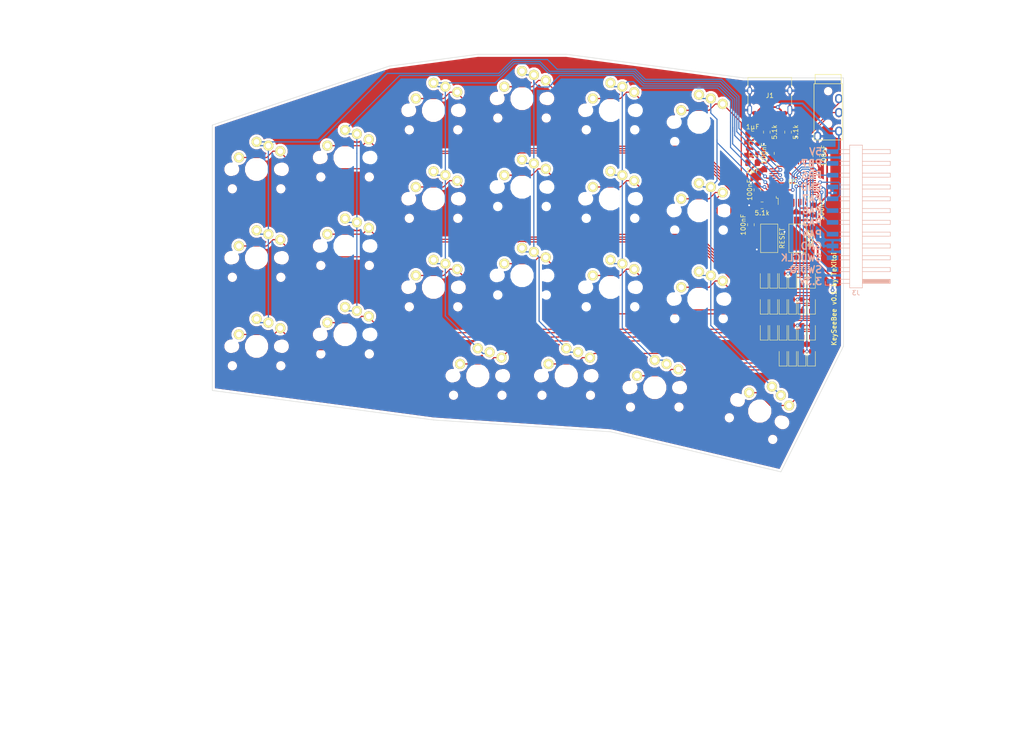
<source format=kicad_pcb>
(kicad_pcb (version 20171130) (host pcbnew 5.0.2+dfsg1-1)
  (layers (0 F.Cu signal) (31 B.Cu signal) (34 B.Paste user) (35 F.Paste user) (36 B.SilkS user) (37 F.SilkS user) (38 B.Mask user) (39 F.Mask user) (44 Edge.Cuts user))
  (net 0 "")
  (net 1 GND)
  (net 2 5V)
  (net 3 "Net-(J1-PadB8)")
  (net 4 "Net-(J1-PadA5)")
  (net 5 D-)
  (net 6 D+)
  (net 7 "Net-(J1-PadA8)")
  (net 8 "Net-(J1-PadB5)")
  (net 9 "Net-(R1-Pad1)")
  (net 10 3.3V)
  (net 11 VBAT)
  (net 12 "Net-(U1-Pad5)")
  (net 13 "Net-(U1-Pad6)")
  (net 14 "Net-(C1-Pad2)")
  (net 15 "Net-(U1-Pad10)")
  (net 16 "Net-(U1-Pad11)")
  (net 17 "Net-(U1-Pad12)")
  (net 18 "Net-(U1-Pad13)")
  (net 19 PA4)
  (net 20 PA5)
  (net 21 PA6)
  (net 22 PA7)
  (net 23 ROW1)
  (net 24 ROW2)
  (net 25 ROW3)
  (net 26 ROW4)
  (net 27 SWDIO)
  (net 28 SWDCLK)
  (net 29 COL1)
  (net 30 COL2)
  (net 31 COL3)
  (net 32 COL4)
  (net 33 PB6)
  (net 34 PB7)
  (net 35 COL5)
  (net 36 COL6)
  (net 37 TX)
  (net 38 RX)
  (net 39 "Net-(U1-Pad2)")
  (net 40 "Net-(U1-Pad3)")
  (net 41 "Net-(U1-Pad4)")
  (net 42 "Net-(U1-Pad22)")
  (net 43 "Net-(U1-Pad26)")
  (net 44 "Net-(U1-Pad27)")
  (net 45 "Net-(U1-Pad28)")
  (net 46 "Net-(U1-Pad29)")
  (net 47 "Net-(D24-Pad1)")
  (net 48 "Net-(D11-Pad1)")
  (net 49 "Net-(D12-Pad1)")
  (net 50 "Net-(D14-Pad1)")
  (net 51 "Net-(D15-Pad1)")
  (net 52 "Net-(D16-Pad1)")
  (net 53 "Net-(D17-Pad1)")
  (net 54 "Net-(D19-Pad1)")
  (net 55 "Net-(D20-Pad1)")
  (net 56 "Net-(D21-Pad1)")
  (net 57 "Net-(D23-Pad1)")
  (net 58 "Net-(D9-Pad1)")
  (net 59 "Net-(D7-Pad1)")
  (net 60 "Net-(D6-Pad1)")
  (net 61 "Net-(D5-Pad1)")
  (net 62 "Net-(D25-Pad1)")
  (net 63 "Net-(D26-Pad1)")
  (net 64 "Net-(D33-Pad1)")
  (net 65 "Net-(D34-Pad1)")
  (net 66 "Net-(D35-Pad1)")
  (net 67 "Net-(D36-Pad1)")
  (net 68 "Net-(D10-Pad1)")
  (module foostan-kbd:CherryMX_Choc_1u (layer F.Cu) (at 209.55 56.515)
    (fp_text reference SW12 hide)
    (fp_text value SW_Push hide)
    (pad 1 thru_hole circle (at 5.1 -3.9 310) (size 2.2 2.2) (drill 1.2) (layers *.Cu F.SilkS B.Mask) (net 50 "Net-(D14-Pad1)"))
    (pad "" np_thru_hole circle (at 0 0 90) (size 4 4) (drill 4) (layers *.Cu *.Mask))
    (pad "" np_thru_hole circle (at -5.5 0 90) (size 1.9 1.9) (drill 1.9) (layers *.Cu *.Mask))
    (pad "" np_thru_hole circle (at 5.5 0 90) (size 1.9 1.9) (drill 1.9) (layers *.Cu *.Mask))
    (pad 2 thru_hole circle (at 0 -5.9 90) (size 2.2 2.2) (drill 1.2) (layers *.Cu F.SilkS B.Mask) (net 36 COL6))
    (pad 2 thru_hole circle (at 2.54 -5.08) (size 2.2 2.2) (drill 1.2) (layers *.Cu F.SilkS B.Mask) (net 36 COL6))
    (pad 1 thru_hole circle (at -3.81 -2.54 50) (size 2.2 2.2) (drill 1.2) (layers *.Cu F.SilkS B.Mask) (net 50 "Net-(D14-Pad1)"))
    (pad "" np_thru_hole circle (at 5.08 0) (size 1.7 1.7) (drill 1.7) (layers *.Cu *.Mask))
    (pad "" np_thru_hole circle (at -5.08 0) (size 1.7 1.7) (drill 1.7) (layers *.Cu *.Mask))
    (pad "" np_thru_hole circle (at 5.22 4.2) (size 1 1) (drill 1) (layers *.Cu *.Mask))
    (pad "" np_thru_hole circle (at -5.22 4.2) (size 1 1) (drill 1) (layers *.Cu *.Mask))
  )
  (module foostan-kbd:CherryMX_Choc_1u (layer F.Cu) (at 200.025 113.665)
    (fp_text reference SW34 hide)
    (fp_text value SW_Push hide)
    (pad "" np_thru_hole circle (at -5.22 4.2) (size 1 1) (drill 1) (layers *.Cu *.Mask))
    (pad "" np_thru_hole circle (at 5.22 4.2) (size 1 1) (drill 1) (layers *.Cu *.Mask))
    (pad "" np_thru_hole circle (at -5.08 0) (size 1.7 1.7) (drill 1.7) (layers *.Cu *.Mask))
    (pad "" np_thru_hole circle (at 5.08 0) (size 1.7 1.7) (drill 1.7) (layers *.Cu *.Mask))
    (pad 1 thru_hole circle (at -3.81 -2.54 50) (size 2.2 2.2) (drill 1.2) (layers *.Cu F.SilkS B.Mask) (net 67 "Net-(D36-Pad1)"))
    (pad 2 thru_hole circle (at 2.54 -5.08) (size 2.2 2.2) (drill 1.2) (layers *.Cu F.SilkS B.Mask) (net 35 COL5))
    (pad 2 thru_hole circle (at 0 -5.9 90) (size 2.2 2.2) (drill 1.2) (layers *.Cu F.SilkS B.Mask) (net 35 COL5))
    (pad "" np_thru_hole circle (at 5.5 0 90) (size 1.9 1.9) (drill 1.9) (layers *.Cu *.Mask))
    (pad "" np_thru_hole circle (at -5.5 0 90) (size 1.9 1.9) (drill 1.9) (layers *.Cu *.Mask))
    (pad "" np_thru_hole circle (at 0 0 90) (size 4 4) (drill 4) (layers *.Cu *.Mask))
    (pad 1 thru_hole circle (at 5.1 -3.9 310) (size 2.2 2.2) (drill 1.2) (layers *.Cu F.SilkS B.Mask) (net 67 "Net-(D36-Pad1)"))
  )
  (module foostan-kbd:CherryMX_Choc_1u (layer F.Cu) (at 222.631 118.745 333.5)
    (fp_text reference SW15 hide)
    (fp_text value SW_Push hide)
    (pad "" np_thru_hole circle (at -5.22 4.2 333.5) (size 1 1) (drill 1) (layers *.Cu *.Mask))
    (pad "" np_thru_hole circle (at 5.22 4.2 333.5) (size 1 1) (drill 1) (layers *.Cu *.Mask))
    (pad "" np_thru_hole circle (at -5.08 0 333.5) (size 1.7 1.7) (drill 1.7) (layers *.Cu *.Mask))
    (pad "" np_thru_hole circle (at 5.08 0 333.5) (size 1.7 1.7) (drill 1.7) (layers *.Cu *.Mask))
    (pad 1 thru_hole circle (at -3.81 -2.54 23.5) (size 2.2 2.2) (drill 1.2) (layers *.Cu F.SilkS B.Mask) (net 53 "Net-(D17-Pad1)"))
    (pad 2 thru_hole circle (at 2.54 -5.08 333.5) (size 2.2 2.2) (drill 1.2) (layers *.Cu F.SilkS B.Mask) (net 36 COL6))
    (pad 2 thru_hole circle (at 0 -5.9 63.5) (size 2.2 2.2) (drill 1.2) (layers *.Cu F.SilkS B.Mask) (net 36 COL6))
    (pad "" np_thru_hole circle (at 5.5 0 63.5) (size 1.9 1.9) (drill 1.9) (layers *.Cu *.Mask))
    (pad "" np_thru_hole circle (at -5.5 0 63.5) (size 1.9 1.9) (drill 1.9) (layers *.Cu *.Mask))
    (pad "" np_thru_hole circle (at 0 0 63.5) (size 4 4) (drill 4) (layers *.Cu *.Mask))
    (pad 1 thru_hole circle (at 5.1 -3.9 283.5) (size 2.2 2.2) (drill 1.2) (layers *.Cu F.SilkS B.Mask) (net 53 "Net-(D17-Pad1)"))
  )
  (module foostan-kbd:CherryMX_Choc_1u (layer F.Cu) (at 114.3 66.675)
    (fp_text reference SW3 hide)
    (fp_text value SW_Push hide)
    (pad 1 thru_hole circle (at 5.1 -3.9 310) (size 2.2 2.2) (drill 1.2) (layers *.Cu F.SilkS B.Mask) (net 61 "Net-(D5-Pad1)"))
    (pad "" np_thru_hole circle (at 0 0 90) (size 4 4) (drill 4) (layers *.Cu *.Mask))
    (pad "" np_thru_hole circle (at -5.5 0 90) (size 1.9 1.9) (drill 1.9) (layers *.Cu *.Mask))
    (pad "" np_thru_hole circle (at 5.5 0 90) (size 1.9 1.9) (drill 1.9) (layers *.Cu *.Mask))
    (pad 2 thru_hole circle (at 0 -5.9 90) (size 2.2 2.2) (drill 1.2) (layers *.Cu F.SilkS B.Mask) (net 29 COL1))
    (pad 2 thru_hole circle (at 2.54 -5.08) (size 2.2 2.2) (drill 1.2) (layers *.Cu F.SilkS B.Mask) (net 29 COL1))
    (pad 1 thru_hole circle (at -3.81 -2.54 50) (size 2.2 2.2) (drill 1.2) (layers *.Cu F.SilkS B.Mask) (net 61 "Net-(D5-Pad1)"))
    (pad "" np_thru_hole circle (at 5.08 0) (size 1.7 1.7) (drill 1.7) (layers *.Cu *.Mask))
    (pad "" np_thru_hole circle (at -5.08 0) (size 1.7 1.7) (drill 1.7) (layers *.Cu *.Mask))
    (pad "" np_thru_hole circle (at 5.22 4.2) (size 1 1) (drill 1) (layers *.Cu *.Mask))
    (pad "" np_thru_hole circle (at -5.22 4.2) (size 1 1) (drill 1) (layers *.Cu *.Mask))
  )
  (module foostan-kbd:CherryMX_Choc_1u (layer F.Cu) (at 114.3 85.725)
    (fp_text reference SW4 hide)
    (fp_text value SW_Push hide)
    (pad "" np_thru_hole circle (at -5.22 4.2) (size 1 1) (drill 1) (layers *.Cu *.Mask))
    (pad "" np_thru_hole circle (at 5.22 4.2) (size 1 1) (drill 1) (layers *.Cu *.Mask))
    (pad "" np_thru_hole circle (at -5.08 0) (size 1.7 1.7) (drill 1.7) (layers *.Cu *.Mask))
    (pad "" np_thru_hole circle (at 5.08 0) (size 1.7 1.7) (drill 1.7) (layers *.Cu *.Mask))
    (pad 1 thru_hole circle (at -3.81 -2.54 50) (size 2.2 2.2) (drill 1.2) (layers *.Cu F.SilkS B.Mask) (net 60 "Net-(D6-Pad1)"))
    (pad 2 thru_hole circle (at 2.54 -5.08) (size 2.2 2.2) (drill 1.2) (layers *.Cu F.SilkS B.Mask) (net 29 COL1))
    (pad 2 thru_hole circle (at 0 -5.9 90) (size 2.2 2.2) (drill 1.2) (layers *.Cu F.SilkS B.Mask) (net 29 COL1))
    (pad "" np_thru_hole circle (at 5.5 0 90) (size 1.9 1.9) (drill 1.9) (layers *.Cu *.Mask))
    (pad "" np_thru_hole circle (at -5.5 0 90) (size 1.9 1.9) (drill 1.9) (layers *.Cu *.Mask))
    (pad "" np_thru_hole circle (at 0 0 90) (size 4 4) (drill 4) (layers *.Cu *.Mask))
    (pad 1 thru_hole circle (at 5.1 -3.9 310) (size 2.2 2.2) (drill 1.2) (layers *.Cu F.SilkS B.Mask) (net 60 "Net-(D6-Pad1)"))
  )
  (module foostan-kbd:CherryMX_Choc_1u (layer F.Cu) (at 114.3 104.775)
    (fp_text reference SW5 hide)
    (fp_text value SW_Push hide)
    (pad 1 thru_hole circle (at 5.1 -3.9 310) (size 2.2 2.2) (drill 1.2) (layers *.Cu F.SilkS B.Mask) (net 59 "Net-(D7-Pad1)"))
    (pad "" np_thru_hole circle (at 0 0 90) (size 4 4) (drill 4) (layers *.Cu *.Mask))
    (pad "" np_thru_hole circle (at -5.5 0 90) (size 1.9 1.9) (drill 1.9) (layers *.Cu *.Mask))
    (pad "" np_thru_hole circle (at 5.5 0 90) (size 1.9 1.9) (drill 1.9) (layers *.Cu *.Mask))
    (pad 2 thru_hole circle (at 0 -5.9 90) (size 2.2 2.2) (drill 1.2) (layers *.Cu F.SilkS B.Mask) (net 29 COL1))
    (pad 2 thru_hole circle (at 2.54 -5.08) (size 2.2 2.2) (drill 1.2) (layers *.Cu F.SilkS B.Mask) (net 29 COL1))
    (pad 1 thru_hole circle (at -3.81 -2.54 50) (size 2.2 2.2) (drill 1.2) (layers *.Cu F.SilkS B.Mask) (net 59 "Net-(D7-Pad1)"))
    (pad "" np_thru_hole circle (at 5.08 0) (size 1.7 1.7) (drill 1.7) (layers *.Cu *.Mask))
    (pad "" np_thru_hole circle (at -5.08 0) (size 1.7 1.7) (drill 1.7) (layers *.Cu *.Mask))
    (pad "" np_thru_hole circle (at 5.22 4.2) (size 1 1) (drill 1) (layers *.Cu *.Mask))
    (pad "" np_thru_hole circle (at -5.22 4.2) (size 1 1) (drill 1) (layers *.Cu *.Mask))
  )
  (module foostan-kbd:CherryMX_Choc_1u (layer F.Cu) (at 152.4 53.975)
    (fp_text reference SW7 hide)
    (fp_text value SW_Push hide)
    (pad "" np_thru_hole circle (at -5.22 4.2) (size 1 1) (drill 1) (layers *.Cu *.Mask))
    (pad "" np_thru_hole circle (at 5.22 4.2) (size 1 1) (drill 1) (layers *.Cu *.Mask))
    (pad "" np_thru_hole circle (at -5.08 0) (size 1.7 1.7) (drill 1.7) (layers *.Cu *.Mask))
    (pad "" np_thru_hole circle (at 5.08 0) (size 1.7 1.7) (drill 1.7) (layers *.Cu *.Mask))
    (pad 1 thru_hole circle (at -3.81 -2.54 50) (size 2.2 2.2) (drill 1.2) (layers *.Cu F.SilkS B.Mask) (net 58 "Net-(D9-Pad1)"))
    (pad 2 thru_hole circle (at 2.54 -5.08) (size 2.2 2.2) (drill 1.2) (layers *.Cu F.SilkS B.Mask) (net 31 COL3))
    (pad 2 thru_hole circle (at 0 -5.9 90) (size 2.2 2.2) (drill 1.2) (layers *.Cu F.SilkS B.Mask) (net 31 COL3))
    (pad "" np_thru_hole circle (at 5.5 0 90) (size 1.9 1.9) (drill 1.9) (layers *.Cu *.Mask))
    (pad "" np_thru_hole circle (at -5.5 0 90) (size 1.9 1.9) (drill 1.9) (layers *.Cu *.Mask))
    (pad "" np_thru_hole circle (at 0 0 90) (size 4 4) (drill 4) (layers *.Cu *.Mask))
    (pad 1 thru_hole circle (at 5.1 -3.9 310) (size 2.2 2.2) (drill 1.2) (layers *.Cu F.SilkS B.Mask) (net 58 "Net-(D9-Pad1)"))
  )
  (module foostan-kbd:CherryMX_Choc_1u (layer F.Cu) (at 209.55 75.565)
    (fp_text reference SW13 hide)
    (fp_text value SW_Push hide)
    (pad 1 thru_hole circle (at 5.1 -3.9 310) (size 2.2 2.2) (drill 1.2) (layers *.Cu F.SilkS B.Mask) (net 51 "Net-(D15-Pad1)"))
    (pad "" np_thru_hole circle (at 0 0 90) (size 4 4) (drill 4) (layers *.Cu *.Mask))
    (pad "" np_thru_hole circle (at -5.5 0 90) (size 1.9 1.9) (drill 1.9) (layers *.Cu *.Mask))
    (pad "" np_thru_hole circle (at 5.5 0 90) (size 1.9 1.9) (drill 1.9) (layers *.Cu *.Mask))
    (pad 2 thru_hole circle (at 0 -5.9 90) (size 2.2 2.2) (drill 1.2) (layers *.Cu F.SilkS B.Mask) (net 36 COL6))
    (pad 2 thru_hole circle (at 2.54 -5.08) (size 2.2 2.2) (drill 1.2) (layers *.Cu F.SilkS B.Mask) (net 36 COL6))
    (pad 1 thru_hole circle (at -3.81 -2.54 50) (size 2.2 2.2) (drill 1.2) (layers *.Cu F.SilkS B.Mask) (net 51 "Net-(D15-Pad1)"))
    (pad "" np_thru_hole circle (at 5.08 0) (size 1.7 1.7) (drill 1.7) (layers *.Cu *.Mask))
    (pad "" np_thru_hole circle (at -5.08 0) (size 1.7 1.7) (drill 1.7) (layers *.Cu *.Mask))
    (pad "" np_thru_hole circle (at 5.22 4.2) (size 1 1) (drill 1) (layers *.Cu *.Mask))
    (pad "" np_thru_hole circle (at -5.22 4.2) (size 1 1) (drill 1) (layers *.Cu *.Mask))
  )
  (module foostan-kbd:CherryMX_Choc_1u (layer F.Cu) (at 152.4 73.025)
    (fp_text reference SW8 hide)
    (fp_text value SW_Push hide)
    (pad "" np_thru_hole circle (at -5.22 4.2) (size 1 1) (drill 1) (layers *.Cu *.Mask))
    (pad "" np_thru_hole circle (at 5.22 4.2) (size 1 1) (drill 1) (layers *.Cu *.Mask))
    (pad "" np_thru_hole circle (at -5.08 0) (size 1.7 1.7) (drill 1.7) (layers *.Cu *.Mask))
    (pad "" np_thru_hole circle (at 5.08 0) (size 1.7 1.7) (drill 1.7) (layers *.Cu *.Mask))
    (pad 1 thru_hole circle (at -3.81 -2.54 50) (size 2.2 2.2) (drill 1.2) (layers *.Cu F.SilkS B.Mask) (net 68 "Net-(D10-Pad1)"))
    (pad 2 thru_hole circle (at 2.54 -5.08) (size 2.2 2.2) (drill 1.2) (layers *.Cu F.SilkS B.Mask) (net 31 COL3))
    (pad 2 thru_hole circle (at 0 -5.9 90) (size 2.2 2.2) (drill 1.2) (layers *.Cu F.SilkS B.Mask) (net 31 COL3))
    (pad "" np_thru_hole circle (at 5.5 0 90) (size 1.9 1.9) (drill 1.9) (layers *.Cu *.Mask))
    (pad "" np_thru_hole circle (at -5.5 0 90) (size 1.9 1.9) (drill 1.9) (layers *.Cu *.Mask))
    (pad "" np_thru_hole circle (at 0 0 90) (size 4 4) (drill 4) (layers *.Cu *.Mask))
    (pad 1 thru_hole circle (at 5.1 -3.9 310) (size 2.2 2.2) (drill 1.2) (layers *.Cu F.SilkS B.Mask) (net 68 "Net-(D10-Pad1)"))
  )
  (module foostan-kbd:CherryMX_Choc_1u (layer F.Cu) (at 152.4 92.075)
    (fp_text reference SW9 hide)
    (fp_text value SW_Push hide)
    (pad 1 thru_hole circle (at 5.1 -3.9 310) (size 2.2 2.2) (drill 1.2) (layers *.Cu F.SilkS B.Mask) (net 48 "Net-(D11-Pad1)"))
    (pad "" np_thru_hole circle (at 0 0 90) (size 4 4) (drill 4) (layers *.Cu *.Mask))
    (pad "" np_thru_hole circle (at -5.5 0 90) (size 1.9 1.9) (drill 1.9) (layers *.Cu *.Mask))
    (pad "" np_thru_hole circle (at 5.5 0 90) (size 1.9 1.9) (drill 1.9) (layers *.Cu *.Mask))
    (pad 2 thru_hole circle (at 0 -5.9 90) (size 2.2 2.2) (drill 1.2) (layers *.Cu F.SilkS B.Mask) (net 31 COL3))
    (pad 2 thru_hole circle (at 2.54 -5.08) (size 2.2 2.2) (drill 1.2) (layers *.Cu F.SilkS B.Mask) (net 31 COL3))
    (pad 1 thru_hole circle (at -3.81 -2.54 50) (size 2.2 2.2) (drill 1.2) (layers *.Cu F.SilkS B.Mask) (net 48 "Net-(D11-Pad1)"))
    (pad "" np_thru_hole circle (at 5.08 0) (size 1.7 1.7) (drill 1.7) (layers *.Cu *.Mask))
    (pad "" np_thru_hole circle (at -5.08 0) (size 1.7 1.7) (drill 1.7) (layers *.Cu *.Mask))
    (pad "" np_thru_hole circle (at 5.22 4.2) (size 1 1) (drill 1) (layers *.Cu *.Mask))
    (pad "" np_thru_hole circle (at -5.22 4.2) (size 1 1) (drill 1) (layers *.Cu *.Mask))
  )
  (module foostan-kbd:CherryMX_Choc_1u (layer F.Cu) (at 161.925 111.125)
    (fp_text reference SW10 hide)
    (fp_text value SW_Push hide)
    (pad "" np_thru_hole circle (at -5.22 4.2) (size 1 1) (drill 1) (layers *.Cu *.Mask))
    (pad "" np_thru_hole circle (at 5.22 4.2) (size 1 1) (drill 1) (layers *.Cu *.Mask))
    (pad "" np_thru_hole circle (at -5.08 0) (size 1.7 1.7) (drill 1.7) (layers *.Cu *.Mask))
    (pad "" np_thru_hole circle (at 5.08 0) (size 1.7 1.7) (drill 1.7) (layers *.Cu *.Mask))
    (pad 1 thru_hole circle (at -3.81 -2.54 50) (size 2.2 2.2) (drill 1.2) (layers *.Cu F.SilkS B.Mask) (net 49 "Net-(D12-Pad1)"))
    (pad 2 thru_hole circle (at 2.54 -5.08) (size 2.2 2.2) (drill 1.2) (layers *.Cu F.SilkS B.Mask) (net 31 COL3))
    (pad 2 thru_hole circle (at 0 -5.9 90) (size 2.2 2.2) (drill 1.2) (layers *.Cu F.SilkS B.Mask) (net 31 COL3))
    (pad "" np_thru_hole circle (at 5.5 0 90) (size 1.9 1.9) (drill 1.9) (layers *.Cu *.Mask))
    (pad "" np_thru_hole circle (at -5.5 0 90) (size 1.9 1.9) (drill 1.9) (layers *.Cu *.Mask))
    (pad "" np_thru_hole circle (at 0 0 90) (size 4 4) (drill 4) (layers *.Cu *.Mask))
    (pad 1 thru_hole circle (at 5.1 -3.9 310) (size 2.2 2.2) (drill 1.2) (layers *.Cu F.SilkS B.Mask) (net 49 "Net-(D12-Pad1)"))
  )
  (module foostan-kbd:CherryMX_Choc_1u (layer F.Cu) (at 209.55 94.615)
    (fp_text reference SW14 hide)
    (fp_text value SW_Push hide)
    (pad "" np_thru_hole circle (at -5.22 4.2) (size 1 1) (drill 1) (layers *.Cu *.Mask))
    (pad "" np_thru_hole circle (at 5.22 4.2) (size 1 1) (drill 1) (layers *.Cu *.Mask))
    (pad "" np_thru_hole circle (at -5.08 0) (size 1.7 1.7) (drill 1.7) (layers *.Cu *.Mask))
    (pad "" np_thru_hole circle (at 5.08 0) (size 1.7 1.7) (drill 1.7) (layers *.Cu *.Mask))
    (pad 1 thru_hole circle (at -3.81 -2.54 50) (size 2.2 2.2) (drill 1.2) (layers *.Cu F.SilkS B.Mask) (net 52 "Net-(D16-Pad1)"))
    (pad 2 thru_hole circle (at 2.54 -5.08) (size 2.2 2.2) (drill 1.2) (layers *.Cu F.SilkS B.Mask) (net 36 COL6))
    (pad 2 thru_hole circle (at 0 -5.9 90) (size 2.2 2.2) (drill 1.2) (layers *.Cu F.SilkS B.Mask) (net 36 COL6))
    (pad "" np_thru_hole circle (at 5.5 0 90) (size 1.9 1.9) (drill 1.9) (layers *.Cu *.Mask))
    (pad "" np_thru_hole circle (at -5.5 0 90) (size 1.9 1.9) (drill 1.9) (layers *.Cu *.Mask))
    (pad "" np_thru_hole circle (at 0 0 90) (size 4 4) (drill 4) (layers *.Cu *.Mask))
    (pad 1 thru_hole circle (at 5.1 -3.9 310) (size 2.2 2.2) (drill 1.2) (layers *.Cu F.SilkS B.Mask) (net 52 "Net-(D16-Pad1)"))
  )
  (module foostan-kbd:CherryMX_Choc_1u (layer F.Cu) (at 133.35 64.135)
    (fp_text reference SW17 hide)
    (fp_text value SW_Push hide)
    (pad 1 thru_hole circle (at 5.1 -3.9 310) (size 2.2 2.2) (drill 1.2) (layers *.Cu F.SilkS B.Mask) (net 54 "Net-(D19-Pad1)"))
    (pad "" np_thru_hole circle (at 0 0 90) (size 4 4) (drill 4) (layers *.Cu *.Mask))
    (pad "" np_thru_hole circle (at -5.5 0 90) (size 1.9 1.9) (drill 1.9) (layers *.Cu *.Mask))
    (pad "" np_thru_hole circle (at 5.5 0 90) (size 1.9 1.9) (drill 1.9) (layers *.Cu *.Mask))
    (pad 2 thru_hole circle (at 0 -5.9 90) (size 2.2 2.2) (drill 1.2) (layers *.Cu F.SilkS B.Mask) (net 30 COL2))
    (pad 2 thru_hole circle (at 2.54 -5.08) (size 2.2 2.2) (drill 1.2) (layers *.Cu F.SilkS B.Mask) (net 30 COL2))
    (pad 1 thru_hole circle (at -3.81 -2.54 50) (size 2.2 2.2) (drill 1.2) (layers *.Cu F.SilkS B.Mask) (net 54 "Net-(D19-Pad1)"))
    (pad "" np_thru_hole circle (at 5.08 0) (size 1.7 1.7) (drill 1.7) (layers *.Cu *.Mask))
    (pad "" np_thru_hole circle (at -5.08 0) (size 1.7 1.7) (drill 1.7) (layers *.Cu *.Mask))
    (pad "" np_thru_hole circle (at 5.22 4.2) (size 1 1) (drill 1) (layers *.Cu *.Mask))
    (pad "" np_thru_hole circle (at -5.22 4.2) (size 1 1) (drill 1) (layers *.Cu *.Mask))
  )
  (module foostan-kbd:CherryMX_Choc_1u (layer F.Cu) (at 133.35 83.185)
    (fp_text reference SW18 hide)
    (fp_text value SW_Push hide)
    (pad "" np_thru_hole circle (at -5.22 4.2) (size 1 1) (drill 1) (layers *.Cu *.Mask))
    (pad "" np_thru_hole circle (at 5.22 4.2) (size 1 1) (drill 1) (layers *.Cu *.Mask))
    (pad "" np_thru_hole circle (at -5.08 0) (size 1.7 1.7) (drill 1.7) (layers *.Cu *.Mask))
    (pad "" np_thru_hole circle (at 5.08 0) (size 1.7 1.7) (drill 1.7) (layers *.Cu *.Mask))
    (pad 1 thru_hole circle (at -3.81 -2.54 50) (size 2.2 2.2) (drill 1.2) (layers *.Cu F.SilkS B.Mask) (net 55 "Net-(D20-Pad1)"))
    (pad 2 thru_hole circle (at 2.54 -5.08) (size 2.2 2.2) (drill 1.2) (layers *.Cu F.SilkS B.Mask) (net 30 COL2))
    (pad 2 thru_hole circle (at 0 -5.9 90) (size 2.2 2.2) (drill 1.2) (layers *.Cu F.SilkS B.Mask) (net 30 COL2))
    (pad "" np_thru_hole circle (at 5.5 0 90) (size 1.9 1.9) (drill 1.9) (layers *.Cu *.Mask))
    (pad "" np_thru_hole circle (at -5.5 0 90) (size 1.9 1.9) (drill 1.9) (layers *.Cu *.Mask))
    (pad "" np_thru_hole circle (at 0 0 90) (size 4 4) (drill 4) (layers *.Cu *.Mask))
    (pad 1 thru_hole circle (at 5.1 -3.9 310) (size 2.2 2.2) (drill 1.2) (layers *.Cu F.SilkS B.Mask) (net 55 "Net-(D20-Pad1)"))
  )
  (module foostan-kbd:CherryMX_Choc_1u (layer F.Cu) (at 133.35 102.235)
    (fp_text reference SW19 hide)
    (fp_text value SW_Push hide)
    (pad 1 thru_hole circle (at 5.1 -3.9 310) (size 2.2 2.2) (drill 1.2) (layers *.Cu F.SilkS B.Mask) (net 56 "Net-(D21-Pad1)"))
    (pad "" np_thru_hole circle (at 0 0 90) (size 4 4) (drill 4) (layers *.Cu *.Mask))
    (pad "" np_thru_hole circle (at -5.5 0 90) (size 1.9 1.9) (drill 1.9) (layers *.Cu *.Mask))
    (pad "" np_thru_hole circle (at 5.5 0 90) (size 1.9 1.9) (drill 1.9) (layers *.Cu *.Mask))
    (pad 2 thru_hole circle (at 0 -5.9 90) (size 2.2 2.2) (drill 1.2) (layers *.Cu F.SilkS B.Mask) (net 30 COL2))
    (pad 2 thru_hole circle (at 2.54 -5.08) (size 2.2 2.2) (drill 1.2) (layers *.Cu F.SilkS B.Mask) (net 30 COL2))
    (pad 1 thru_hole circle (at -3.81 -2.54 50) (size 2.2 2.2) (drill 1.2) (layers *.Cu F.SilkS B.Mask) (net 56 "Net-(D21-Pad1)"))
    (pad "" np_thru_hole circle (at 5.08 0) (size 1.7 1.7) (drill 1.7) (layers *.Cu *.Mask))
    (pad "" np_thru_hole circle (at -5.08 0) (size 1.7 1.7) (drill 1.7) (layers *.Cu *.Mask))
    (pad "" np_thru_hole circle (at 5.22 4.2) (size 1 1) (drill 1) (layers *.Cu *.Mask))
    (pad "" np_thru_hole circle (at -5.22 4.2) (size 1 1) (drill 1) (layers *.Cu *.Mask))
  )
  (module foostan-kbd:CherryMX_Choc_1u (layer F.Cu) (at 171.45 51.435)
    (fp_text reference SW21 hide)
    (fp_text value SW_Push hide)
    (pad "" np_thru_hole circle (at -5.22 4.2) (size 1 1) (drill 1) (layers *.Cu *.Mask))
    (pad "" np_thru_hole circle (at 5.22 4.2) (size 1 1) (drill 1) (layers *.Cu *.Mask))
    (pad "" np_thru_hole circle (at -5.08 0) (size 1.7 1.7) (drill 1.7) (layers *.Cu *.Mask))
    (pad "" np_thru_hole circle (at 5.08 0) (size 1.7 1.7) (drill 1.7) (layers *.Cu *.Mask))
    (pad 1 thru_hole circle (at -3.81 -2.54 50) (size 2.2 2.2) (drill 1.2) (layers *.Cu F.SilkS B.Mask) (net 57 "Net-(D23-Pad1)"))
    (pad 2 thru_hole circle (at 2.54 -5.08) (size 2.2 2.2) (drill 1.2) (layers *.Cu F.SilkS B.Mask) (net 32 COL4))
    (pad 2 thru_hole circle (at 0 -5.9 90) (size 2.2 2.2) (drill 1.2) (layers *.Cu F.SilkS B.Mask) (net 32 COL4))
    (pad "" np_thru_hole circle (at 5.5 0 90) (size 1.9 1.9) (drill 1.9) (layers *.Cu *.Mask))
    (pad "" np_thru_hole circle (at -5.5 0 90) (size 1.9 1.9) (drill 1.9) (layers *.Cu *.Mask))
    (pad "" np_thru_hole circle (at 0 0 90) (size 4 4) (drill 4) (layers *.Cu *.Mask))
    (pad 1 thru_hole circle (at 5.1 -3.9 310) (size 2.2 2.2) (drill 1.2) (layers *.Cu F.SilkS B.Mask) (net 57 "Net-(D23-Pad1)"))
  )
  (module foostan-kbd:CherryMX_Choc_1u (layer F.Cu) (at 171.45 70.485)
    (fp_text reference SW22 hide)
    (fp_text value SW_Push hide)
    (pad 1 thru_hole circle (at 5.1 -3.9 310) (size 2.2 2.2) (drill 1.2) (layers *.Cu F.SilkS B.Mask) (net 47 "Net-(D24-Pad1)"))
    (pad "" np_thru_hole circle (at 0 0 90) (size 4 4) (drill 4) (layers *.Cu *.Mask))
    (pad "" np_thru_hole circle (at -5.5 0 90) (size 1.9 1.9) (drill 1.9) (layers *.Cu *.Mask))
    (pad "" np_thru_hole circle (at 5.5 0 90) (size 1.9 1.9) (drill 1.9) (layers *.Cu *.Mask))
    (pad 2 thru_hole circle (at 0 -5.9 90) (size 2.2 2.2) (drill 1.2) (layers *.Cu F.SilkS B.Mask) (net 32 COL4))
    (pad 2 thru_hole circle (at 2.54 -5.08) (size 2.2 2.2) (drill 1.2) (layers *.Cu F.SilkS B.Mask) (net 32 COL4))
    (pad 1 thru_hole circle (at -3.81 -2.54 50) (size 2.2 2.2) (drill 1.2) (layers *.Cu F.SilkS B.Mask) (net 47 "Net-(D24-Pad1)"))
    (pad "" np_thru_hole circle (at 5.08 0) (size 1.7 1.7) (drill 1.7) (layers *.Cu *.Mask))
    (pad "" np_thru_hole circle (at -5.08 0) (size 1.7 1.7) (drill 1.7) (layers *.Cu *.Mask))
    (pad "" np_thru_hole circle (at 5.22 4.2) (size 1 1) (drill 1) (layers *.Cu *.Mask))
    (pad "" np_thru_hole circle (at -5.22 4.2) (size 1 1) (drill 1) (layers *.Cu *.Mask))
  )
  (module foostan-kbd:CherryMX_Choc_1u (layer F.Cu) (at 171.45 89.535)
    (fp_text reference SW23 hide)
    (fp_text value SW_Push hide)
    (pad "" np_thru_hole circle (at -5.22 4.2) (size 1 1) (drill 1) (layers *.Cu *.Mask))
    (pad "" np_thru_hole circle (at 5.22 4.2) (size 1 1) (drill 1) (layers *.Cu *.Mask))
    (pad "" np_thru_hole circle (at -5.08 0) (size 1.7 1.7) (drill 1.7) (layers *.Cu *.Mask))
    (pad "" np_thru_hole circle (at 5.08 0) (size 1.7 1.7) (drill 1.7) (layers *.Cu *.Mask))
    (pad 1 thru_hole circle (at -3.81 -2.54 50) (size 2.2 2.2) (drill 1.2) (layers *.Cu F.SilkS B.Mask) (net 62 "Net-(D25-Pad1)"))
    (pad 2 thru_hole circle (at 2.54 -5.08) (size 2.2 2.2) (drill 1.2) (layers *.Cu F.SilkS B.Mask) (net 32 COL4))
    (pad 2 thru_hole circle (at 0 -5.9 90) (size 2.2 2.2) (drill 1.2) (layers *.Cu F.SilkS B.Mask) (net 32 COL4))
    (pad "" np_thru_hole circle (at 5.5 0 90) (size 1.9 1.9) (drill 1.9) (layers *.Cu *.Mask))
    (pad "" np_thru_hole circle (at -5.5 0 90) (size 1.9 1.9) (drill 1.9) (layers *.Cu *.Mask))
    (pad "" np_thru_hole circle (at 0 0 90) (size 4 4) (drill 4) (layers *.Cu *.Mask))
    (pad 1 thru_hole circle (at 5.1 -3.9 310) (size 2.2 2.2) (drill 1.2) (layers *.Cu F.SilkS B.Mask) (net 62 "Net-(D25-Pad1)"))
  )
  (module foostan-kbd:CherryMX_Choc_1u (layer F.Cu) (at 190.5 53.975)
    (fp_text reference SW31 hide)
    (fp_text value SW_Push hide)
    (pad 1 thru_hole circle (at 5.1 -3.9 310) (size 2.2 2.2) (drill 1.2) (layers *.Cu F.SilkS B.Mask) (net 64 "Net-(D33-Pad1)"))
    (pad "" np_thru_hole circle (at 0 0 90) (size 4 4) (drill 4) (layers *.Cu *.Mask))
    (pad "" np_thru_hole circle (at -5.5 0 90) (size 1.9 1.9) (drill 1.9) (layers *.Cu *.Mask))
    (pad "" np_thru_hole circle (at 5.5 0 90) (size 1.9 1.9) (drill 1.9) (layers *.Cu *.Mask))
    (pad 2 thru_hole circle (at 0 -5.9 90) (size 2.2 2.2) (drill 1.2) (layers *.Cu F.SilkS B.Mask) (net 35 COL5))
    (pad 2 thru_hole circle (at 2.54 -5.08) (size 2.2 2.2) (drill 1.2) (layers *.Cu F.SilkS B.Mask) (net 35 COL5))
    (pad 1 thru_hole circle (at -3.81 -2.54 50) (size 2.2 2.2) (drill 1.2) (layers *.Cu F.SilkS B.Mask) (net 64 "Net-(D33-Pad1)"))
    (pad "" np_thru_hole circle (at 5.08 0) (size 1.7 1.7) (drill 1.7) (layers *.Cu *.Mask))
    (pad "" np_thru_hole circle (at -5.08 0) (size 1.7 1.7) (drill 1.7) (layers *.Cu *.Mask))
    (pad "" np_thru_hole circle (at 5.22 4.2) (size 1 1) (drill 1) (layers *.Cu *.Mask))
    (pad "" np_thru_hole circle (at -5.22 4.2) (size 1 1) (drill 1) (layers *.Cu *.Mask))
  )
  (module foostan-kbd:CherryMX_Choc_1u (layer F.Cu) (at 190.5 73.025)
    (fp_text reference SW32 hide)
    (fp_text value SW_Push hide)
    (pad "" np_thru_hole circle (at -5.22 4.2) (size 1 1) (drill 1) (layers *.Cu *.Mask))
    (pad "" np_thru_hole circle (at 5.22 4.2) (size 1 1) (drill 1) (layers *.Cu *.Mask))
    (pad "" np_thru_hole circle (at -5.08 0) (size 1.7 1.7) (drill 1.7) (layers *.Cu *.Mask))
    (pad "" np_thru_hole circle (at 5.08 0) (size 1.7 1.7) (drill 1.7) (layers *.Cu *.Mask))
    (pad 1 thru_hole circle (at -3.81 -2.54 50) (size 2.2 2.2) (drill 1.2) (layers *.Cu F.SilkS B.Mask) (net 65 "Net-(D34-Pad1)"))
    (pad 2 thru_hole circle (at 2.54 -5.08) (size 2.2 2.2) (drill 1.2) (layers *.Cu F.SilkS B.Mask) (net 35 COL5))
    (pad 2 thru_hole circle (at 0 -5.9 90) (size 2.2 2.2) (drill 1.2) (layers *.Cu F.SilkS B.Mask) (net 35 COL5))
    (pad "" np_thru_hole circle (at 5.5 0 90) (size 1.9 1.9) (drill 1.9) (layers *.Cu *.Mask))
    (pad "" np_thru_hole circle (at -5.5 0 90) (size 1.9 1.9) (drill 1.9) (layers *.Cu *.Mask))
    (pad "" np_thru_hole circle (at 0 0 90) (size 4 4) (drill 4) (layers *.Cu *.Mask))
    (pad 1 thru_hole circle (at 5.1 -3.9 310) (size 2.2 2.2) (drill 1.2) (layers *.Cu F.SilkS B.Mask) (net 65 "Net-(D34-Pad1)"))
  )
  (module foostan-kbd:CherryMX_Choc_1u (layer F.Cu) (at 190.5 92.075)
    (fp_text reference SW33 hide)
    (fp_text value SW_Push hide)
    (pad 1 thru_hole circle (at 5.1 -3.9 310) (size 2.2 2.2) (drill 1.2) (layers *.Cu F.SilkS B.Mask) (net 66 "Net-(D35-Pad1)"))
    (pad "" np_thru_hole circle (at 0 0 90) (size 4 4) (drill 4) (layers *.Cu *.Mask))
    (pad "" np_thru_hole circle (at -5.5 0 90) (size 1.9 1.9) (drill 1.9) (layers *.Cu *.Mask))
    (pad "" np_thru_hole circle (at 5.5 0 90) (size 1.9 1.9) (drill 1.9) (layers *.Cu *.Mask))
    (pad 2 thru_hole circle (at 0 -5.9 90) (size 2.2 2.2) (drill 1.2) (layers *.Cu F.SilkS B.Mask) (net 35 COL5))
    (pad 2 thru_hole circle (at 2.54 -5.08) (size 2.2 2.2) (drill 1.2) (layers *.Cu F.SilkS B.Mask) (net 35 COL5))
    (pad 1 thru_hole circle (at -3.81 -2.54 50) (size 2.2 2.2) (drill 1.2) (layers *.Cu F.SilkS B.Mask) (net 66 "Net-(D35-Pad1)"))
    (pad "" np_thru_hole circle (at 5.08 0) (size 1.7 1.7) (drill 1.7) (layers *.Cu *.Mask))
    (pad "" np_thru_hole circle (at -5.08 0) (size 1.7 1.7) (drill 1.7) (layers *.Cu *.Mask))
    (pad "" np_thru_hole circle (at 5.22 4.2) (size 1 1) (drill 1) (layers *.Cu *.Mask))
    (pad "" np_thru_hole circle (at -5.22 4.2) (size 1 1) (drill 1) (layers *.Cu *.Mask))
  )
  (module foostan-kbd:CherryMX_Choc_1u (layer F.Cu) (at 180.975 111.125)
    (fp_text reference SW24 hide)
    (fp_text value SW_Push hide)
    (pad 1 thru_hole circle (at 5.1 -3.9 310) (size 2.2 2.2) (drill 1.2) (layers *.Cu F.SilkS B.Mask) (net 63 "Net-(D26-Pad1)"))
    (pad "" np_thru_hole circle (at 0 0 90) (size 4 4) (drill 4) (layers *.Cu *.Mask))
    (pad "" np_thru_hole circle (at -5.5 0 90) (size 1.9 1.9) (drill 1.9) (layers *.Cu *.Mask))
    (pad "" np_thru_hole circle (at 5.5 0 90) (size 1.9 1.9) (drill 1.9) (layers *.Cu *.Mask))
    (pad 2 thru_hole circle (at 0 -5.9 90) (size 2.2 2.2) (drill 1.2) (layers *.Cu F.SilkS B.Mask) (net 32 COL4))
    (pad 2 thru_hole circle (at 2.54 -5.08) (size 2.2 2.2) (drill 1.2) (layers *.Cu F.SilkS B.Mask) (net 32 COL4))
    (pad 1 thru_hole circle (at -3.81 -2.54 50) (size 2.2 2.2) (drill 1.2) (layers *.Cu F.SilkS B.Mask) (net 63 "Net-(D26-Pad1)"))
    (pad "" np_thru_hole circle (at 5.08 0) (size 1.7 1.7) (drill 1.7) (layers *.Cu *.Mask))
    (pad "" np_thru_hole circle (at -5.08 0) (size 1.7 1.7) (drill 1.7) (layers *.Cu *.Mask))
    (pad "" np_thru_hole circle (at 5.22 4.2) (size 1 1) (drill 1) (layers *.Cu *.Mask))
    (pad "" np_thru_hole circle (at -5.22 4.2) (size 1 1) (drill 1) (layers *.Cu *.Mask))
  )
  (module keebio:TRRS-PJ-320A-no-Fmask (layer F.Cu) (at 237.363 48.26)
    (fp_text reference J2)
    (fp_text value AudioJack4)
    (pad 1 thru_hole oval (at -2.3 11.3) (size 1.6 2) (drill oval 0.9 1.3) (layers *.Cu B.Mask) (net 1 GND))
    (pad 2 thru_hole oval (at 2.3 10.2) (size 1.6 2) (drill oval 0.9 1.3) (layers *.Cu B.Mask) (net 2 5V))
    (pad 4 thru_hole oval (at 2.3 3.2) (size 1.6 2) (drill oval 0.9 1.3) (layers *.Cu B.Mask) (net 38 RX))
    (pad "" np_thru_hole circle (at 0 8.6) (size 0.8 0.8) (drill 0.8) (layers *.Cu *.Mask))
    (pad "" np_thru_hole circle (at 0 1.6) (size 0.8 0.8) (drill 0.8) (layers *.Cu *.Mask))
    (pad 3 thru_hole oval (at 2.3 6.2) (size 1.6 2) (drill oval 0.9 1.3) (layers *.Cu B.Mask) (net 37 TX))
    (pad 4 thru_hole oval (at 2.3 3.2) (size 1 1.4) (drill oval 0.9 1.3) (layers *.Cu F.Mask) (net 38 RX))
    (pad 3 thru_hole oval (at 2.3 6.2) (size 1 1.4) (drill oval 0.9 1.3) (layers *.Cu F.Mask) (net 37 TX))
    (pad 2 thru_hole oval (at 2.3 10.2) (size 1 1.4) (drill oval 0.9 1.3) (layers *.Cu F.Mask) (net 2 5V))
    (pad 1 thru_hole oval (at -2.3 11.3) (size 1 1.4) (drill oval 0.9 1.3) (layers *.Cu F.Mask) (net 1 GND))
  )
  (module kicad-harwin:Harwin_M20-89012xx_1x12_P2.54mm_Horizontal (layer B.Cu) (at 243.84 76.835)
    (fp_text reference J3 (at -0.48 16.44) (layer B.SilkS) (effects (justify mirror)))
    (fp_text value Conn_01x12_Male)
    (pad "" smd rect (at 3.895 13.97) (size 6 0.76) (layers B.SilkS))
    (pad 12 smd rect (at -5.525 -13.97) (size 2.5 1) (layers B.Cu B.Paste B.Mask) (net 2 5V))
    (pad 11 smd rect (at -5.525 -11.43) (size 2.5 1) (layers B.Cu B.Paste B.Mask) (net 34 PB7))
    (pad 10 smd rect (at -5.525 -8.89) (size 2.5 1) (layers B.Cu B.Paste B.Mask) (net 33 PB6))
    (pad 9 smd rect (at -5.525 -6.35) (size 2.5 1) (layers B.Cu B.Paste B.Mask) (net 1 GND))
    (pad 8 smd rect (at -5.525 -3.81) (size 2.5 1) (layers B.Cu B.Paste B.Mask) (net 22 PA7))
    (pad 7 smd rect (at -5.525 -1.27) (size 2.5 1) (layers B.Cu B.Paste B.Mask) (net 21 PA6))
    (pad 6 smd rect (at -5.525 1.27) (size 2.5 1) (layers B.Cu B.Paste B.Mask) (net 20 PA5))
    (pad 5 smd rect (at -5.525 3.81) (size 2.5 1) (layers B.Cu B.Paste B.Mask) (net 19 PA4))
    (pad 4 smd rect (at -5.525 6.35) (size 2.5 1) (layers B.Cu B.Paste B.Mask) (net 1 GND))
    (pad 3 smd rect (at -5.525 8.89) (size 2.5 1) (layers B.Cu B.Paste B.Mask) (net 28 SWDCLK))
    (pad 2 smd rect (at -5.525 11.43) (size 2.5 1) (layers B.Cu B.Paste B.Mask) (net 27 SWDIO))
    (pad 1 smd rect (at -5.525 13.97) (size 2.5 1) (layers B.Cu B.Paste B.Mask) (net 10 3.3V))
  )
  (module Button_Switch_SMD:SW_SPST_CK_RS282G05A3 (layer F.Cu) (at 230.759 81.534 90)
    (fp_text reference SW1 hide)
    (fp_text value BOOT (at 0 2.794 90) (layer F.SilkS))
    (pad 2 smd rect (at 3.9 0 90) (size 1.5 1.5) (layers F.Cu F.Paste F.Mask) (net 10 3.3V))
    (pad 1 smd rect (at -3.9 0 90) (size 1.5 1.5) (layers F.Cu F.Paste F.Mask) (net 9 "Net-(R1-Pad1)"))
  )
  (module Button_Switch_SMD:SW_SPST_CK_RS282G05A3 (layer F.Cu) (at 224.663 81.534 90)
    (fp_text reference SW2 hide)
    (fp_text value RESET (at 0 2.794 90) (layer F.SilkS))
    (pad 2 smd rect (at 3.9 0 90) (size 1.5 1.5) (layers F.Cu F.Paste F.Mask) (net 14 "Net-(C1-Pad2)"))
    (pad 1 smd rect (at -3.9 0 90) (size 1.5 1.5) (layers F.Cu F.Paste F.Mask) (net 1 GND))
  )
  (module Capacitor_SMD:C_0805_2012Metric_Pad1.15x1.40mm_HandSolder (layer F.Cu) (at 221.107 59.182)
    (fp_text reference C7 hide)
    (fp_text value 1µF (at 0 -1.65) (layer F.SilkS))
    (pad 2 smd roundrect (at 1.025 0) (size 1.15 1.4) (layers F.Cu F.Paste F.Mask) (roundrect_rratio 0.217391) (net 2 5V))
    (pad 1 smd roundrect (at -1.025 0) (size 1.15 1.4) (layers F.Cu F.Paste F.Mask) (roundrect_rratio 0.217391) (net 1 GND))
  )
  (module Capacitor_SMD:C_0805_2012Metric_Pad1.15x1.40mm_HandSolder (layer F.Cu) (at 225.044 63.246 270)
    (fp_text reference C5 hide)
    (fp_text value 100nF (at 0 1.524 270) (layer F.SilkS))
    (pad 2 smd roundrect (at 1.025 0 270) (size 1.15 1.4) (layers F.Cu F.Paste F.Mask) (roundrect_rratio 0.217391) (net 10 3.3V))
    (pad 1 smd roundrect (at -1.025 0 270) (size 1.15 1.4) (layers F.Cu F.Paste F.Mask) (roundrect_rratio 0.217391) (net 1 GND))
  )
  (module Capacitor_SMD:C_0805_2012Metric_Pad1.15x1.40mm_HandSolder (layer F.Cu) (at 222.123 71.12 270)
    (fp_text reference C4 hide)
    (fp_text value 100nF (at 0 1.65 270) (layer F.SilkS))
    (pad 2 smd roundrect (at 1.025 0 270) (size 1.15 1.4) (layers F.Cu F.Paste F.Mask) (roundrect_rratio 0.217391) (net 10 3.3V))
    (pad 1 smd roundrect (at -1.025 0 270) (size 1.15 1.4) (layers F.Cu F.Paste F.Mask) (roundrect_rratio 0.217391) (net 1 GND))
  )
  (module Capacitor_SMD:C_0805_2012Metric_Pad1.15x1.40mm_HandSolder (layer F.Cu) (at 234.315 75.438 90)
    (fp_text reference C3 hide)
    (fp_text value 100nF (at 0 1.65 90) (layer F.SilkS))
    (pad 2 smd roundrect (at 1.025 0 90) (size 1.15 1.4) (layers F.Cu F.Paste F.Mask) (roundrect_rratio 0.217391) (net 10 3.3V))
    (pad 1 smd roundrect (at -1.025 0 90) (size 1.15 1.4) (layers F.Cu F.Paste F.Mask) (roundrect_rratio 0.217391) (net 1 GND))
  )
  (module Capacitor_SMD:C_0805_2012Metric_Pad1.15x1.40mm_HandSolder (layer F.Cu) (at 221.107 65.278)
    (fp_text reference C6 hide)
    (fp_text value 1µF (at 0 1.65) (layer F.SilkS))
    (pad 2 smd roundrect (at 1.025 0) (size 1.15 1.4) (layers F.Cu F.Paste F.Mask) (roundrect_rratio 0.217391) (net 10 3.3V))
    (pad 1 smd roundrect (at -1.025 0) (size 1.15 1.4) (layers F.Cu F.Paste F.Mask) (roundrect_rratio 0.217391) (net 1 GND))
  )
  (module Capacitor_SMD:C_0805_2012Metric_Pad1.15x1.40mm_HandSolder (layer F.Cu) (at 220.726 78.613 90)
    (fp_text reference C1 hide)
    (fp_text value 100nF (at 0 -1.65 90) (layer F.SilkS))
    (pad 2 smd roundrect (at 1.025 0 90) (size 1.15 1.4) (layers F.Cu F.Paste F.Mask) (roundrect_rratio 0.217391) (net 14 "Net-(C1-Pad2)"))
    (pad 1 smd roundrect (at -1.025 0 90) (size 1.15 1.4) (layers F.Cu F.Paste F.Mask) (roundrect_rratio 0.217391) (net 1 GND))
  )
  (module Capacitor_SMD:C_0805_2012Metric_Pad1.15x1.40mm_HandSolder (layer F.Cu) (at 234.823 63.754 90)
    (fp_text reference C2 hide)
    (fp_text value 100nF (at 0 1.65 90) (layer F.SilkS))
    (pad 2 smd roundrect (at 1.025 0 90) (size 1.15 1.4) (layers F.Cu F.Paste F.Mask) (roundrect_rratio 0.217391) (net 10 3.3V))
    (pad 1 smd roundrect (at -1.025 0 90) (size 1.15 1.4) (layers F.Cu F.Paste F.Mask) (roundrect_rratio 0.217391) (net 1 GND))
  )
  (module Diode_SMD:D_SOD-323_HandSoldering (layer F.Cu) (at 233.75944 101.544927 90)
    (fp_text reference D16 hide)
    (fp_text value D3.6)
    (pad 2 smd rect (at 1.25 0 90) (size 1 1) (layers F.Cu F.Paste F.Mask) (net 25 ROW3))
    (pad 1 smd rect (at -1.25 0 90) (size 1 1) (layers F.Cu F.Paste F.Mask) (net 52 "Net-(D16-Pad1)"))
  )
  (module Diode_SMD:D_SOD-323_HandSoldering (layer F.Cu) (at 233.75944 90.368927 90)
    (fp_text reference D14 hide)
    (fp_text value D1.6)
    (pad 2 smd rect (at 1.25 0 90) (size 1 1) (layers F.Cu F.Paste F.Mask) (net 23 ROW1))
    (pad 1 smd rect (at -1.25 0 90) (size 1 1) (layers F.Cu F.Paste F.Mask) (net 50 "Net-(D14-Pad1)"))
  )
  (module Diode_SMD:D_SOD-323_HandSoldering (layer F.Cu) (at 227.66344 107.132927 90)
    (fp_text reference D12 hide)
    (fp_text value D4.3)
    (pad 2 smd rect (at 1.25 0 90) (size 1 1) (layers F.Cu F.Paste F.Mask) (net 26 ROW4))
    (pad 1 smd rect (at -1.25 0 90) (size 1 1) (layers F.Cu F.Paste F.Mask) (net 49 "Net-(D12-Pad1)"))
  )
  (module Diode_SMD:D_SOD-323_HandSoldering (layer F.Cu) (at 227.66344 101.544927 90)
    (fp_text reference D11 hide)
    (fp_text value D3.3)
    (pad 2 smd rect (at 1.25 0 90) (size 1 1) (layers F.Cu F.Paste F.Mask) (net 25 ROW3))
    (pad 1 smd rect (at -1.25 0 90) (size 1 1) (layers F.Cu F.Paste F.Mask) (net 48 "Net-(D11-Pad1)"))
  )
  (module Diode_SMD:D_SOD-323_HandSoldering (layer F.Cu) (at 227.66344 95.956927 90)
    (fp_text reference D10 hide)
    (fp_text value D2.3)
    (pad 2 smd rect (at 1.25 0 90) (size 1 1) (layers F.Cu F.Paste F.Mask) (net 24 ROW2))
    (pad 1 smd rect (at -1.25 0 90) (size 1 1) (layers F.Cu F.Paste F.Mask) (net 68 "Net-(D10-Pad1)"))
  )
  (module Diode_SMD:D_SOD-323_HandSoldering (layer F.Cu) (at 227.66344 90.368927 90)
    (fp_text reference D9 hide)
    (fp_text value D1.3)
    (pad 2 smd rect (at 1.25 0 90) (size 1 1) (layers F.Cu F.Paste F.Mask) (net 23 ROW1))
    (pad 1 smd rect (at -1.25 0 90) (size 1 1) (layers F.Cu F.Paste F.Mask) (net 58 "Net-(D9-Pad1)"))
  )
  (module Diode_SMD:D_SOD-323_HandSoldering (layer F.Cu) (at 223.59944 101.544927 90)
    (fp_text reference D7 hide)
    (fp_text value D3.1)
    (pad 2 smd rect (at 1.25 0 90) (size 1 1) (layers F.Cu F.Paste F.Mask) (net 25 ROW3))
    (pad 1 smd rect (at -1.25 0 90) (size 1 1) (layers F.Cu F.Paste F.Mask) (net 59 "Net-(D7-Pad1)"))
  )
  (module Diode_SMD:D_SOD-323_HandSoldering (layer F.Cu) (at 223.59944 95.956927 90)
    (fp_text reference D6 hide)
    (fp_text value D2.1)
    (pad 2 smd rect (at 1.25 0 90) (size 1 1) (layers F.Cu F.Paste F.Mask) (net 24 ROW2))
    (pad 1 smd rect (at -1.25 0 90) (size 1 1) (layers F.Cu F.Paste F.Mask) (net 60 "Net-(D6-Pad1)"))
  )
  (module Diode_SMD:D_SOD-323_HandSoldering (layer F.Cu) (at 223.59944 90.368927 90)
    (fp_text reference D5 hide)
    (fp_text value D1.1)
    (pad 2 smd rect (at 1.25 0 90) (size 1 1) (layers F.Cu F.Paste F.Mask) (net 23 ROW1))
    (pad 1 smd rect (at -1.25 0 90) (size 1 1) (layers F.Cu F.Paste F.Mask) (net 61 "Net-(D5-Pad1)"))
  )
  (module Diode_SMD:D_SOD-323_HandSoldering (layer F.Cu) (at 231.72744 107.132927 90)
    (fp_text reference D36 hide)
    (fp_text value D4.5)
    (pad 2 smd rect (at 1.25 0 90) (size 1 1) (layers F.Cu F.Paste F.Mask) (net 26 ROW4))
    (pad 1 smd rect (at -1.25 0 90) (size 1 1) (layers F.Cu F.Paste F.Mask) (net 67 "Net-(D36-Pad1)"))
  )
  (module Diode_SMD:D_SOD-323_HandSoldering (layer F.Cu) (at 233.75944 95.956927 90)
    (fp_text reference D15 hide)
    (fp_text value D2.6)
    (pad 2 smd rect (at 1.25 0 90) (size 1 1) (layers F.Cu F.Paste F.Mask) (net 24 ROW2))
    (pad 1 smd rect (at -1.25 0 90) (size 1 1) (layers F.Cu F.Paste F.Mask) (net 51 "Net-(D15-Pad1)"))
  )
  (module Diode_SMD:D_SOD-323_HandSoldering (layer F.Cu) (at 231.72744 101.544927 90)
    (fp_text reference D35 hide)
    (fp_text value D3.5)
    (pad 2 smd rect (at 1.25 0 90) (size 1 1) (layers F.Cu F.Paste F.Mask) (net 25 ROW3))
    (pad 1 smd rect (at -1.25 0 90) (size 1 1) (layers F.Cu F.Paste F.Mask) (net 66 "Net-(D35-Pad1)"))
  )
  (module Diode_SMD:D_SOD-323_HandSoldering (layer F.Cu) (at 231.72744 95.956927 90)
    (fp_text reference D34 hide)
    (fp_text value D2.5)
    (pad 2 smd rect (at 1.25 0 90) (size 1 1) (layers F.Cu F.Paste F.Mask) (net 24 ROW2))
    (pad 1 smd rect (at -1.25 0 90) (size 1 1) (layers F.Cu F.Paste F.Mask) (net 65 "Net-(D34-Pad1)"))
  )
  (module Diode_SMD:D_SOD-323_HandSoldering (layer F.Cu) (at 231.72744 90.368927 90)
    (fp_text reference D33 hide)
    (fp_text value D1.5)
    (pad 2 smd rect (at 1.25 0 90) (size 1 1) (layers F.Cu F.Paste F.Mask) (net 23 ROW1))
    (pad 1 smd rect (at -1.25 0 90) (size 1 1) (layers F.Cu F.Paste F.Mask) (net 64 "Net-(D33-Pad1)"))
  )
  (module Diode_SMD:D_SOD-323_HandSoldering (layer F.Cu) (at 229.69544 107.132927 90)
    (fp_text reference D26 hide)
    (fp_text value D4.4)
    (pad 2 smd rect (at 1.25 0 90) (size 1 1) (layers F.Cu F.Paste F.Mask) (net 26 ROW4))
    (pad 1 smd rect (at -1.25 0 90) (size 1 1) (layers F.Cu F.Paste F.Mask) (net 63 "Net-(D26-Pad1)"))
  )
  (module Diode_SMD:D_SOD-323_HandSoldering (layer F.Cu) (at 229.69544 101.544927 90)
    (fp_text reference D25 hide)
    (fp_text value D3.4)
    (pad 2 smd rect (at 1.25 0 90) (size 1 1) (layers F.Cu F.Paste F.Mask) (net 25 ROW3))
    (pad 1 smd rect (at -1.25 0 90) (size 1 1) (layers F.Cu F.Paste F.Mask) (net 62 "Net-(D25-Pad1)"))
  )
  (module Diode_SMD:D_SOD-323_HandSoldering (layer F.Cu) (at 229.69544 95.956927 90)
    (fp_text reference D24 hide)
    (fp_text value D2.4)
    (pad 2 smd rect (at 1.25 0 90) (size 1 1) (layers F.Cu F.Paste F.Mask) (net 24 ROW2))
    (pad 1 smd rect (at -1.25 0 90) (size 1 1) (layers F.Cu F.Paste F.Mask) (net 47 "Net-(D24-Pad1)"))
  )
  (module Diode_SMD:D_SOD-323_HandSoldering (layer F.Cu) (at 229.69544 90.368927 90)
    (fp_text reference D23 hide)
    (fp_text value D1.4)
    (pad 2 smd rect (at 1.25 0 90) (size 1 1) (layers F.Cu F.Paste F.Mask) (net 23 ROW1))
    (pad 1 smd rect (at -1.25 0 90) (size 1 1) (layers F.Cu F.Paste F.Mask) (net 57 "Net-(D23-Pad1)"))
  )
  (module Diode_SMD:D_SOD-323_HandSoldering (layer F.Cu) (at 225.63144 101.544927 90)
    (fp_text reference D21 hide)
    (fp_text value D3.2)
    (pad 2 smd rect (at 1.25 0 90) (size 1 1) (layers F.Cu F.Paste F.Mask) (net 25 ROW3))
    (pad 1 smd rect (at -1.25 0 90) (size 1 1) (layers F.Cu F.Paste F.Mask) (net 56 "Net-(D21-Pad1)"))
  )
  (module Diode_SMD:D_SOD-323_HandSoldering (layer F.Cu) (at 225.63144 95.956927 90)
    (fp_text reference D20 hide)
    (fp_text value D2.2)
    (pad 2 smd rect (at 1.25 0 90) (size 1 1) (layers F.Cu F.Paste F.Mask) (net 24 ROW2))
    (pad 1 smd rect (at -1.25 0 90) (size 1 1) (layers F.Cu F.Paste F.Mask) (net 55 "Net-(D20-Pad1)"))
  )
  (module Diode_SMD:D_SOD-323_HandSoldering (layer F.Cu) (at 225.63144 90.368927 90)
    (fp_text reference D19 hide)
    (fp_text value D1.2)
    (pad 2 smd rect (at 1.25 0 90) (size 1 1) (layers F.Cu F.Paste F.Mask) (net 23 ROW1))
    (pad 1 smd rect (at -1.25 0 90) (size 1 1) (layers F.Cu F.Paste F.Mask) (net 54 "Net-(D19-Pad1)"))
  )
  (module Diode_SMD:D_SOD-323_HandSoldering (layer F.Cu) (at 233.75944 107.132927 90)
    (fp_text reference D17 hide)
    (fp_text value D4.6)
    (pad 2 smd rect (at 1.25 0 90) (size 1 1) (layers F.Cu F.Paste F.Mask) (net 26 ROW4))
    (pad 1 smd rect (at -1.25 0 90) (size 1 1) (layers F.Cu F.Paste F.Mask) (net 53 "Net-(D17-Pad1)"))
  )
  (module Package_QFP:LQFP-48_7x7mm_P0.5mm (layer F.Cu) (at 229.743 69.342 90)
    (fp_text reference U1 (at 0 0 180) (layer F.SilkS))
    (fp_text value STM32)
    (pad 48 smd rect (at -2.75 -4.35 180) (size 1.3 0.25) (layers F.Cu F.Paste F.Mask) (net 10 3.3V))
    (pad 47 smd rect (at -2.25 -4.35 180) (size 1.3 0.25) (layers F.Cu F.Paste F.Mask) (net 1 GND))
    (pad 46 smd rect (at -1.75 -4.35 180) (size 1.3 0.25) (layers F.Cu F.Paste F.Mask) (net 36 COL6))
    (pad 45 smd rect (at -1.25 -4.35 180) (size 1.3 0.25) (layers F.Cu F.Paste F.Mask) (net 35 COL5))
    (pad 44 smd rect (at -0.75 -4.35 180) (size 1.3 0.25) (layers F.Cu F.Paste F.Mask) (net 9 "Net-(R1-Pad1)"))
    (pad 43 smd rect (at -0.25 -4.35 180) (size 1.3 0.25) (layers F.Cu F.Paste F.Mask) (net 34 PB7))
    (pad 42 smd rect (at 0.25 -4.35 180) (size 1.3 0.25) (layers F.Cu F.Paste F.Mask) (net 33 PB6))
    (pad 41 smd rect (at 0.75 -4.35 180) (size 1.3 0.25) (layers F.Cu F.Paste F.Mask) (net 32 COL4))
    (pad 40 smd rect (at 1.25 -4.35 180) (size 1.3 0.25) (layers F.Cu F.Paste F.Mask) (net 31 COL3))
    (pad 39 smd rect (at 1.75 -4.35 180) (size 1.3 0.25) (layers F.Cu F.Paste F.Mask) (net 30 COL2))
    (pad 38 smd rect (at 2.25 -4.35 180) (size 1.3 0.25) (layers F.Cu F.Paste F.Mask) (net 29 COL1))
    (pad 37 smd rect (at 2.75 -4.35 180) (size 1.3 0.25) (layers F.Cu F.Paste F.Mask) (net 28 SWDCLK))
    (pad 36 smd rect (at 4.35 -2.75 90) (size 1.3 0.25) (layers F.Cu F.Paste F.Mask) (net 10 3.3V))
    (pad 35 smd rect (at 4.35 -2.25 90) (size 1.3 0.25) (layers F.Cu F.Paste F.Mask) (net 1 GND))
    (pad 34 smd rect (at 4.35 -1.75 90) (size 1.3 0.25) (layers F.Cu F.Paste F.Mask) (net 27 SWDIO))
    (pad 33 smd rect (at 4.35 -1.25 90) (size 1.3 0.25) (layers F.Cu F.Paste F.Mask) (net 6 D+))
    (pad 32 smd rect (at 4.35 -0.75 90) (size 1.3 0.25) (layers F.Cu F.Paste F.Mask) (net 5 D-))
    (pad 31 smd rect (at 4.35 -0.25 90) (size 1.3 0.25) (layers F.Cu F.Paste F.Mask) (net 38 RX))
    (pad 30 smd rect (at 4.35 0.25 90) (size 1.3 0.25) (layers F.Cu F.Paste F.Mask) (net 37 TX))
    (pad 29 smd rect (at 4.35 0.75 90) (size 1.3 0.25) (layers F.Cu F.Paste F.Mask) (net 46 "Net-(U1-Pad29)"))
    (pad 28 smd rect (at 4.35 1.25 90) (size 1.3 0.25) (layers F.Cu F.Paste F.Mask) (net 45 "Net-(U1-Pad28)"))
    (pad 27 smd rect (at 4.35 1.75 90) (size 1.3 0.25) (layers F.Cu F.Paste F.Mask) (net 44 "Net-(U1-Pad27)"))
    (pad 26 smd rect (at 4.35 2.25 90) (size 1.3 0.25) (layers F.Cu F.Paste F.Mask) (net 43 "Net-(U1-Pad26)"))
    (pad 25 smd rect (at 4.35 2.75 90) (size 1.3 0.25) (layers F.Cu F.Paste F.Mask) (net 1 GND))
    (pad 24 smd rect (at 2.75 4.35 180) (size 1.3 0.25) (layers F.Cu F.Paste F.Mask) (net 10 3.3V))
    (pad 23 smd rect (at 2.25 4.35 180) (size 1.3 0.25) (layers F.Cu F.Paste F.Mask) (net 1 GND))
    (pad 22 smd rect (at 1.75 4.35 180) (size 1.3 0.25) (layers F.Cu F.Paste F.Mask) (net 42 "Net-(U1-Pad22)"))
    (pad 21 smd rect (at 1.25 4.35 180) (size 1.3 0.25) (layers F.Cu F.Paste F.Mask) (net 26 ROW4))
    (pad 20 smd rect (at 0.75 4.35 180) (size 1.3 0.25) (layers F.Cu F.Paste F.Mask) (net 25 ROW3))
    (pad 19 smd rect (at 0.25 4.35 180) (size 1.3 0.25) (layers F.Cu F.Paste F.Mask) (net 24 ROW2))
    (pad 18 smd rect (at -0.25 4.35 180) (size 1.3 0.25) (layers F.Cu F.Paste F.Mask) (net 23 ROW1))
    (pad 17 smd rect (at -0.75 4.35 180) (size 1.3 0.25) (layers F.Cu F.Paste F.Mask) (net 22 PA7))
    (pad 16 smd rect (at -1.25 4.35 180) (size 1.3 0.25) (layers F.Cu F.Paste F.Mask) (net 21 PA6))
    (pad 15 smd rect (at -1.75 4.35 180) (size 1.3 0.25) (layers F.Cu F.Paste F.Mask) (net 20 PA5))
    (pad 14 smd rect (at -2.25 4.35 180) (size 1.3 0.25) (layers F.Cu F.Paste F.Mask) (net 19 PA4))
    (pad 13 smd rect (at -2.75 4.35 180) (size 1.3 0.25) (layers F.Cu F.Paste F.Mask) (net 18 "Net-(U1-Pad13)"))
    (pad 12 smd rect (at -4.35 2.75 90) (size 1.3 0.25) (layers F.Cu F.Paste F.Mask) (net 17 "Net-(U1-Pad12)"))
    (pad 11 smd rect (at -4.35 2.25 90) (size 1.3 0.25) (layers F.Cu F.Paste F.Mask) (net 16 "Net-(U1-Pad11)"))
    (pad 10 smd rect (at -4.35 1.75 90) (size 1.3 0.25) (layers F.Cu F.Paste F.Mask) (net 15 "Net-(U1-Pad10)"))
    (pad 9 smd rect (at -4.35 1.25 90) (size 1.3 0.25) (layers F.Cu F.Paste F.Mask) (net 10 3.3V))
    (pad 8 smd rect (at -4.35 0.75 90) (size 1.3 0.25) (layers F.Cu F.Paste F.Mask) (net 1 GND))
    (pad 7 smd rect (at -4.35 0.25 90) (size 1.3 0.25) (layers F.Cu F.Paste F.Mask) (net 14 "Net-(C1-Pad2)"))
    (pad 6 smd rect (at -4.35 -0.25 90) (size 1.3 0.25) (layers F.Cu F.Paste F.Mask) (net 13 "Net-(U1-Pad6)"))
    (pad 5 smd rect (at -4.35 -0.75 90) (size 1.3 0.25) (layers F.Cu F.Paste F.Mask) (net 12 "Net-(U1-Pad5)"))
    (pad 4 smd rect (at -4.35 -1.25 90) (size 1.3 0.25) (layers F.Cu F.Paste F.Mask) (net 41 "Net-(U1-Pad4)"))
    (pad 3 smd rect (at -4.35 -1.75 90) (size 1.3 0.25) (layers F.Cu F.Paste F.Mask) (net 40 "Net-(U1-Pad3)"))
    (pad 2 smd rect (at -4.35 -2.25 90) (size 1.3 0.25) (layers F.Cu F.Paste F.Mask) (net 39 "Net-(U1-Pad2)"))
    (pad 1 smd rect (at -4.35 -2.75 90) (size 1.3 0.25) (layers F.Cu F.Paste F.Mask) (net 11 VBAT))
  )
  (module Package_TO_SOT_SMD:SOT-23 (layer F.Cu) (at 221.107 62.23 180)
    (fp_text reference U2 hide)
    (fp_text value LDO)
    (pad 3 smd rect (at 1 0 180) (size 0.9 0.8) (layers F.Cu F.Paste F.Mask) (net 1 GND))
    (pad 2 smd rect (at -1 0.95 180) (size 0.9 0.8) (layers F.Cu F.Paste F.Mask) (net 2 5V))
    (pad 1 smd rect (at -1 -0.95 180) (size 0.9 0.8) (layers F.Cu F.Paste F.Mask) (net 10 3.3V))
  )
  (module Resistor_SMD:R_0805_2012Metric_Pad1.15x1.40mm_HandSolder (layer F.Cu) (at 223.13 74.422 180)
    (fp_text reference R1 hide)
    (fp_text value 5.1k (at 0 -1.65 180) (layer F.SilkS))
    (pad 2 smd roundrect (at 1.025 0 180) (size 1.15 1.4) (layers F.Cu F.Paste F.Mask) (roundrect_rratio 0.217391) (net 1 GND))
    (pad 1 smd roundrect (at -1.025 0 180) (size 1.15 1.4) (layers F.Cu F.Paste F.Mask) (roundrect_rratio 0.217391) (net 9 "Net-(R1-Pad1)"))
  )
  (module Resistor_SMD:R_0805_2012Metric_Pad1.15x1.40mm_HandSolder (layer F.Cu) (at 224.155 58.674 270)
    (fp_text reference R6 hide)
    (fp_text value 5.1k (at 0 -1.65 270) (layer F.SilkS))
    (pad 2 smd roundrect (at 1.025 0 270) (size 1.15 1.4) (layers F.Cu F.Paste F.Mask) (roundrect_rratio 0.217391) (net 1 GND))
    (pad 1 smd roundrect (at -1.025 0 270) (size 1.15 1.4) (layers F.Cu F.Paste F.Mask) (roundrect_rratio 0.217391) (net 8 "Net-(J1-PadB5)"))
  )
  (module Resistor_SMD:R_0805_2012Metric_Pad1.15x1.40mm_HandSolder (layer F.Cu) (at 228.727 58.674 270)
    (fp_text reference R7 hide)
    (fp_text value 5.1k (at 0 -1.65 270) (layer F.SilkS))
    (pad 2 smd roundrect (at 1.025 0 270) (size 1.15 1.4) (layers F.Cu F.Paste F.Mask) (roundrect_rratio 0.217391) (net 1 GND))
    (pad 1 smd roundrect (at -1.025 0 270) (size 1.15 1.4) (layers F.Cu F.Paste F.Mask) (roundrect_rratio 0.217391) (net 4 "Net-(J1-PadA5)"))
  )
  (module kicad-usb:USB_C_Receptacle_HRO_TYPE-C-31-M-12 (layer F.Cu) (at 224.79 50.8 180)
    (fp_text reference J1 (at 0 0 180) (layer F.SilkS))
    (fp_text value USB_C_Receptacle_USB2.0)
    (pad B1 smd rect (at 3.25 -4.045 180) (size 0.6 1.45) (layers F.Cu F.Paste F.Mask) (net 1 GND))
    (pad A9 smd rect (at 2.45 -4.045 180) (size 0.6 1.45) (layers F.Cu F.Paste F.Mask) (net 2 5V))
    (pad B9 smd rect (at -2.45 -4.045 180) (size 0.6 1.45) (layers F.Cu F.Paste F.Mask) (net 2 5V))
    (pad B12 smd rect (at -3.25 -4.045 180) (size 0.6 1.45) (layers F.Cu F.Paste F.Mask) (net 1 GND))
    (pad A1 smd rect (at -3.25 -4.045 180) (size 0.6 1.45) (layers F.Cu F.Paste F.Mask) (net 1 GND))
    (pad A4 smd rect (at -2.45 -4.045 180) (size 0.6 1.45) (layers F.Cu F.Paste F.Mask) (net 2 5V))
    (pad B4 smd rect (at 2.45 -4.045 180) (size 0.6 1.45) (layers F.Cu F.Paste F.Mask) (net 2 5V))
    (pad A12 smd rect (at 3.25 -4.045 180) (size 0.6 1.45) (layers F.Cu F.Paste F.Mask) (net 1 GND))
    (pad B8 smd rect (at -1.75 -4.045 180) (size 0.3 1.45) (layers F.Cu F.Paste F.Mask) (net 3 "Net-(J1-PadB8)"))
    (pad A5 smd rect (at -1.25 -4.045 180) (size 0.3 1.45) (layers F.Cu F.Paste F.Mask) (net 4 "Net-(J1-PadA5)"))
    (pad B7 smd rect (at -0.75 -4.045 180) (size 0.3 1.45) (layers F.Cu F.Paste F.Mask) (net 5 D-))
    (pad A7 smd rect (at 0.25 -4.045 180) (size 0.3 1.45) (layers F.Cu F.Paste F.Mask) (net 5 D-))
    (pad B6 smd rect (at 0.75 -4.045 180) (size 0.3 1.45) (layers F.Cu F.Paste F.Mask) (net 6 D+))
    (pad A8 smd rect (at 1.25 -4.045 180) (size 0.3 1.45) (layers F.Cu F.Paste F.Mask) (net 7 "Net-(J1-PadA8)"))
    (pad B5 smd rect (at 1.75 -4.045 180) (size 0.3 1.45) (layers F.Cu F.Paste F.Mask) (net 8 "Net-(J1-PadB5)"))
    (pad A6 smd rect (at -0.25 -4.045 180) (size 0.3 1.45) (layers F.Cu F.Paste F.Mask) (net 6 D+))
    (pad S1 thru_hole oval (at 4.32 -3.13 180) (size 1 2.1) (drill oval 0.6 1.7) (layers *.Cu *.Mask) (net 1 GND))
    (pad S1 thru_hole oval (at -4.32 -3.13 180) (size 1 2.1) (drill oval 0.6 1.7) (layers *.Cu *.Mask) (net 1 GND))
    (pad "" np_thru_hole circle (at -2.89 -2.6 180) (size 0.65 0.65) (drill 0.65) (layers *.Cu *.Mask))
    (pad S1 thru_hole oval (at -4.32 1.05 180) (size 1 1.6) (drill oval 0.6 1.2) (layers *.Cu *.Mask) (net 1 GND))
    (pad "" np_thru_hole circle (at 2.89 -2.6 180) (size 0.65 0.65) (drill 0.65) (layers *.Cu *.Mask))
    (pad S1 thru_hole oval (at 4.32 1.05 180) (size 1 1.6) (drill oval 0.6 1.2) (layers *.Cu *.Mask) (net 1 GND))
  )
  (gr_text "KeySeeBee v0.1 by TeXitoi" (at 238.633 104.775 90) (layer F.SilkS) (effects (font (size 1 1) (thickness 0.2)) (justify left)))
  (gr_text 5V (at 236.22 62.865) (layer B.SilkS) (effects (font (size 1.5 1.5) (thickness 0.3)) (justify left mirror)))
  (gr_text PB7 (at 236.22 65.405) (layer B.SilkS) (effects (font (size 1.5 1.5) (thickness 0.3)) (justify left mirror)))
  (gr_text PB6 (at 236.22 67.945) (layer B.SilkS) (effects (font (size 1.5 1.5) (thickness 0.3)) (justify left mirror)))
  (gr_text GND (at 236.22 70.485) (layer B.SilkS) (effects (font (size 1.5 1.5) (thickness 0.3)) (justify left mirror)))
  (gr_text PA7 (at 236.22 73.025) (layer B.SilkS) (effects (font (size 1.5 1.5) (thickness 0.3)) (justify left mirror)))
  (gr_text PA6 (at 236.22 75.565) (layer B.SilkS) (effects (font (size 1.5 1.5) (thickness 0.3)) (justify left mirror)))
  (gr_text PA5 (at 236.22 78.105) (layer B.SilkS) (effects (font (size 1.5 1.5) (thickness 0.3)) (justify left mirror)))
  (gr_text PA4 (at 236.22 80.645) (layer B.SilkS) (effects (font (size 1.5 1.5) (thickness 0.3)) (justify left mirror)))
  (gr_text GND (at 236.22 83.185) (layer B.SilkS) (effects (font (size 1.5 1.5) (thickness 0.3)) (justify left mirror)))
  (gr_text SWDCLK (at 236.22 85.725) (layer B.SilkS) (effects (font (size 1.5 1.5) (thickness 0.3)) (justify left mirror)))
  (gr_text SWDIO (at 236.22 88.265) (layer B.SilkS) (effects (font (size 1.5 1.5) (thickness 0.3)) (justify left mirror)))
  (gr_text 3.3V (at 236.22 90.805) (layer B.SilkS) (effects (font (size 1.5 1.5) (thickness 0.3)) (justify left mirror)))
  (gr_line (start 104.775 114.3) (end 104.775 57.15) (layer Edge.Cuts) (width 0.1))
  (gr_line (start 152.4 120.65) (end 104.775 114.3) (layer Edge.Cuts) (width 0.1))
  (gr_line (start 190.5 123.19) (end 152.4 120.65) (layer Edge.Cuts) (width 0.1))
  (gr_line (start 227.203 131.826) (end 190.5 123.19) (layer Edge.Cuts) (width 0.1))
  (gr_line (start 240.665 104.775) (end 227.203 131.826) (layer Edge.Cuts) (width 0.1))
  (gr_line (start 240.665 46.99) (end 240.665 104.775) (layer Edge.Cuts) (width 0.1))
  (gr_line (start 219.075 46.99) (end 240.665 46.99) (layer Edge.Cuts) (width 0.1))
  (gr_line (start 180.975 41.91) (end 219.075 46.99) (layer Edge.Cuts) (width 0.1))
  (gr_line (start 161.925 41.91) (end 180.975 41.91) (layer Edge.Cuts) (width 0.1))
  (gr_line (start 142.875 44.45) (end 161.925 41.91) (layer Edge.Cuts) (width 0.1))
  (gr_line (start 104.775 57.15) (end 142.875 44.45) (layer Edge.Cuts) (width 0.1))
  (segment (start 227.913 54.972) (end 228.068 54.972) (width 0.25) (layer F.Cu) (net 1))
  (segment (start 230.493 73.692) (end 230.493 75.426) (width 0.25) (layer F.Cu) (net 1))
  (segment (start 235.331 66.714002) (end 235.331 66.302999) (width 0.25) (layer F.Cu) (net 1))
  (segment (start 234.093 67.092) (end 234.953002 67.092) (width 0.25) (layer F.Cu) (net 1))
  (segment (start 234.953002 67.092) (end 235.331 66.714002) (width 0.25) (layer F.Cu) (net 1))
  (segment (start 235.331 66.302999) (end 234.823 64.779) (width 0.25) (layer F.Cu) (net 1))
  (via (at 220.345 74.422) (size 0.8) (drill 0.4) (layers F.Cu B.Cu) (net 1))
  (via (at 221.996 83.947) (size 0.8) (drill 0.4) (layers F.Cu B.Cu) (net 1))
  (via (at 227.965 80.137) (size 0.8) (drill 0.4) (layers F.Cu B.Cu) (net 1))
  (segment (start 223.62 71.592) (end 223.529 71.501) (width 0.25) (layer F.Cu) (net 1))
  (segment (start 225.393 71.592) (end 223.62 71.592) (width 0.25) (layer F.Cu) (net 1))
  (segment (start 223.529 71.501) (end 222.123 70.095) (width 0.25) (layer F.Cu) (net 1))
  (segment (start 234.823 64.779) (end 234.823 64.779) (width 0.25) (layer F.Cu) (net 1))
  (via (at 235.712 81.28) (size 0.8) (drill 0.4) (layers F.Cu B.Cu) (net 1))
  (via (at 238.252 71.755) (size 0.8) (drill 0.4) (layers F.Cu B.Cu) (net 1))
  (via (at 236.347 63.627) (size 0.8) (drill 0.4) (layers F.Cu B.Cu) (net 1))
  (via (at 220.726 69.596) (size 0.8) (drill 0.4) (layers F.Cu B.Cu) (net 1))
  (via (at 223.52 61.214) (size 0.8) (drill 0.4) (layers F.Cu B.Cu) (net 1))
  (segment (start 226.245372 62.844372) (end 225.667372 62.844372) (width 0.25) (layer F.Cu) (net 1))
  (segment (start 225.667372 62.844372) (end 225.044 62.221) (width 0.25) (layer F.Cu) (net 1))
  (segment (start 227.493 64.092) (end 226.245372 62.844372) (width 0.25) (layer F.Cu) (net 1))
  (segment (start 227.493 64.992) (end 227.493 64.092) (width 0.25) (layer F.Cu) (net 1))
  (via (at 230.505 59.69) (size 0.8) (drill 0.4) (layers F.Cu B.Cu) (net 1))
  (segment (start 232.493 64.992) (end 232.493 63.583) (width 0.25) (layer F.Cu) (net 1))
  (segment (start 221.385 54.845) (end 220.47 53.93) (width 0.381) (layer F.Cu) (net 1))
  (segment (start 221.54 54.845) (end 221.385 54.845) (width 0.381) (layer F.Cu) (net 1))
  (segment (start 235.195 64.779) (end 236.347 63.627) (width 0.381) (layer F.Cu) (net 1))
  (segment (start 234.823 64.779) (end 235.195 64.779) (width 0.381) (layer F.Cu) (net 1))
  (segment (start 228.195 54.845) (end 229.11 53.93) (width 0.381) (layer F.Cu) (net 1))
  (segment (start 228.04 54.845) (end 228.195 54.845) (width 0.381) (layer F.Cu) (net 1))
  (segment (start 238.125 62.675) (end 238.315 62.865) (width 0.25) (layer B.Cu) (net 2))
  (segment (start 227.24 54.012) (end 227.24 54.845) (width 0.381) (layer F.Cu) (net 2))
  (segment (start 226.507489 53.279489) (end 226.507489 53.279489) (width 0.381) (layer F.Cu) (net 2))
  (segment (start 223.079453 53.279489) (end 226.507489 53.279489) (width 0.381) (layer F.Cu) (net 2))
  (segment (start 222.34 54.018942) (end 223.079453 53.279489) (width 0.381) (layer F.Cu) (net 2))
  (segment (start 222.34 54.845) (end 222.34 54.018942) (width 0.381) (layer F.Cu) (net 2))
  (segment (start 226.507489 53.279489) (end 227.24 54.012) (width 0.381) (layer F.Cu) (net 2))
  (via (at 226.507489 53.279489) (size 0.8) (drill 0.4) (layers F.Cu B.Cu) (net 2))
  (segment (start 238.482 58.46) (end 239.663 58.46) (width 0.381) (layer B.Cu) (net 2))
  (segment (start 237.793058 58.46) (end 238.482 58.46) (width 0.381) (layer B.Cu) (net 2))
  (segment (start 227.297488 52.48949) (end 231.822548 52.48949) (width 0.381) (layer B.Cu) (net 2))
  (segment (start 231.822548 52.48949) (end 237.793058 58.46) (width 0.381) (layer B.Cu) (net 2))
  (segment (start 226.507489 53.279489) (end 227.297488 52.48949) (width 0.381) (layer B.Cu) (net 2))
  (segment (start 239.065 62.865) (end 238.315 62.865) (width 0.381) (layer B.Cu) (net 2))
  (segment (start 239.649 62.281) (end 239.065 62.865) (width 0.381) (layer B.Cu) (net 2))
  (segment (start 239.649 61.976) (end 239.649 62.281) (width 0.381) (layer B.Cu) (net 2))
  (segment (start 239.663 58.46) (end 239.663 61.962) (width 0.381) (layer B.Cu) (net 2))
  (segment (start 239.663 61.962) (end 239.649 61.976) (width 0.381) (layer B.Cu) (net 2))
  (segment (start 222.34 58.974) (end 222.132 59.182) (width 0.381) (layer F.Cu) (net 2))
  (segment (start 222.34 54.845) (end 222.34 58.974) (width 0.381) (layer F.Cu) (net 2))
  (segment (start 222.132 61.255) (end 222.107 61.28) (width 0.381) (layer F.Cu) (net 2))
  (segment (start 222.132 59.182) (end 222.132 61.255) (width 0.381) (layer F.Cu) (net 2))
  (segment (start 226.06 54.904) (end 226.06 55.70359) (width 0.25) (layer F.Cu) (net 4))
  (segment (start 226.04 54.845) (end 226.04 54.884) (width 0.25) (layer F.Cu) (net 4))
  (segment (start 226.04 54.884) (end 226.06 54.904) (width 0.25) (layer F.Cu) (net 4))
  (segment (start 228.103628 57.025628) (end 228.727 57.649) (width 0.25) (layer F.Cu) (net 4))
  (segment (start 227.382038 57.025628) (end 228.103628 57.025628) (width 0.25) (layer F.Cu) (net 4))
  (segment (start 226.06 55.70359) (end 227.382038 57.025628) (width 0.25) (layer F.Cu) (net 4))
  (segment (start 225.464999 55.895001) (end 225.54 55.82) (width 0.25) (layer F.Cu) (net 5))
  (segment (start 224.615001 55.895001) (end 225.464999 55.895001) (width 0.25) (layer F.Cu) (net 5))
  (segment (start 224.54 55.82) (end 224.615001 55.895001) (width 0.25) (layer F.Cu) (net 5))
  (segment (start 225.54 55.82) (end 225.54 54.845) (width 0.25) (layer F.Cu) (net 5))
  (segment (start 224.54 54.845) (end 224.54 55.82) (width 0.25) (layer F.Cu) (net 5))
  (segment (start 228.993 64.092) (end 228.993 64.992) (width 0.25) (layer F.Cu) (net 5))
  (segment (start 228.993 63.95559) (end 228.993 64.092) (width 0.25) (layer F.Cu) (net 5))
  (segment (start 226.89101 61.8536) (end 228.993 63.95559) (width 0.25) (layer F.Cu) (net 5))
  (segment (start 226.89101 57.17101) (end 226.89101 61.8536) (width 0.25) (layer F.Cu) (net 5))
  (segment (start 225.54 55.82) (end 226.89101 57.17101) (width 0.25) (layer F.Cu) (net 5))
  (segment (start 225.04 53.87) (end 225.04 54.845) (width 0.25) (layer F.Cu) (net 6))
  (segment (start 224.964999 53.794999) (end 225.04 53.87) (width 0.25) (layer F.Cu) (net 6))
  (segment (start 224.115001 53.794999) (end 224.964999 53.794999) (width 0.25) (layer F.Cu) (net 6))
  (segment (start 224.04 53.87) (end 224.115001 53.794999) (width 0.25) (layer F.Cu) (net 6))
  (segment (start 224.04 54.845) (end 224.04 53.87) (width 0.25) (layer F.Cu) (net 6))
  (segment (start 228.493 64.092) (end 228.493 64.992) (width 0.25) (layer F.Cu) (net 6))
  (segment (start 224.04 55.95641) (end 224.83258 56.74899) (width 0.25) (layer F.Cu) (net 6))
  (segment (start 224.04 54.845) (end 224.04 55.95641) (width 0.25) (layer F.Cu) (net 6))
  (segment (start 224.83258 56.74899) (end 225.02399 56.74899) (width 0.25) (layer F.Cu) (net 6))
  (segment (start 225.02399 56.74899) (end 226.441 58.166) (width 0.25) (layer F.Cu) (net 6))
  (segment (start 226.441 58.166) (end 226.441 62.04) (width 0.25) (layer F.Cu) (net 6))
  (segment (start 226.441 62.04) (end 228.493 64.092) (width 0.25) (layer F.Cu) (net 6))
  (segment (start 223.04 56.534) (end 224.155 57.649) (width 0.25) (layer F.Cu) (net 8))
  (segment (start 223.04 54.845) (end 223.04 56.534) (width 0.25) (layer F.Cu) (net 8))
  (segment (start 229.759 85.434) (end 230.759 85.434) (width 0.25) (layer F.Cu) (net 9))
  (segment (start 226.621 82.296) (end 229.759 85.434) (width 0.25) (layer F.Cu) (net 9))
  (segment (start 222.123 76.454) (end 220.27181 76.454) (width 0.25) (layer F.Cu) (net 9))
  (segment (start 224.155 74.422) (end 222.123 76.454) (width 0.25) (layer F.Cu) (net 9))
  (segment (start 220.27181 76.454) (end 219.70099 77.02482) (width 0.25) (layer F.Cu) (net 9))
  (segment (start 219.70099 77.02482) (end 219.70099 80.20118) (width 0.25) (layer F.Cu) (net 9))
  (segment (start 219.70099 80.20118) (end 221.79581 82.296) (width 0.25) (layer F.Cu) (net 9))
  (segment (start 221.79581 82.296) (end 226.621 82.296) (width 0.25) (layer F.Cu) (net 9))
  (segment (start 224.83 74.422) (end 224.155 74.422) (width 0.25) (layer F.Cu) (net 9))
  (segment (start 227.203 71.146094) (end 227.203 72.049) (width 0.25) (layer F.Cu) (net 9))
  (segment (start 226.148906 70.092) (end 227.203 71.146094) (width 0.25) (layer F.Cu) (net 9))
  (segment (start 227.203 72.049) (end 224.83 74.422) (width 0.25) (layer F.Cu) (net 9))
  (segment (start 225.393 70.092) (end 226.148906 70.092) (width 0.25) (layer F.Cu) (net 9))
  (segment (start 225.892 64.992) (end 225.171 64.271) (width 0.25) (layer F.Cu) (net 10))
  (segment (start 226.993 64.992) (end 225.892 64.992) (width 0.25) (layer F.Cu) (net 10))
  (segment (start 230.993 74.592) (end 231.437372 75.036372) (width 0.25) (layer F.Cu) (net 10))
  (segment (start 233.691628 75.036372) (end 234.315 74.413) (width 0.25) (layer F.Cu) (net 10))
  (segment (start 231.437372 75.036372) (end 233.691628 75.036372) (width 0.25) (layer F.Cu) (net 10))
  (segment (start 230.993 73.692) (end 230.993 74.592) (width 0.25) (layer F.Cu) (net 10))
  (segment (start 222.176 72.092) (end 222.123 72.145) (width 0.25) (layer F.Cu) (net 10))
  (segment (start 225.393 72.092) (end 222.176 72.092) (width 0.25) (layer F.Cu) (net 10))
  (segment (start 234.199628 63.352372) (end 234.823 62.729) (width 0.25) (layer F.Cu) (net 10))
  (segment (start 233.79799 63.75401) (end 234.199628 63.352372) (width 0.25) (layer F.Cu) (net 10))
  (segment (start 233.79799 65.92199) (end 233.79799 63.75401) (width 0.25) (layer F.Cu) (net 10))
  (segment (start 234.093 66.217) (end 233.79799 65.92199) (width 0.25) (layer F.Cu) (net 10))
  (segment (start 234.093 66.592) (end 234.093 66.217) (width 0.25) (layer F.Cu) (net 10))
  (segment (start 225.171 64.271) (end 225.053 64.389) (width 0.25) (layer F.Cu) (net 10))
  (via (at 238.315 92.71) (size 0.8) (drill 0.4) (layers F.Cu B.Cu) (net 10))
  (segment (start 222.107 65.253) (end 222.132 65.278) (width 0.381) (layer F.Cu) (net 10))
  (segment (start 222.107 63.18) (end 222.107 65.253) (width 0.381) (layer F.Cu) (net 10))
  (segment (start 224.037 65.278) (end 225.044 64.271) (width 0.381) (layer F.Cu) (net 10))
  (segment (start 222.132 65.278) (end 224.037 65.278) (width 0.381) (layer F.Cu) (net 10))
  (segment (start 221.499628 71.521628) (end 222.123 72.145) (width 0.381) (layer F.Cu) (net 10))
  (segment (start 219.935499 67.474501) (end 219.935499 69.957499) (width 0.381) (layer F.Cu) (net 10))
  (segment (start 219.935499 69.957499) (end 221.499628 71.521628) (width 0.381) (layer F.Cu) (net 10))
  (segment (start 222.132 65.278) (end 219.935499 67.474501) (width 0.381) (layer F.Cu) (net 10))
  (segment (start 238.315 90.087622) (end 238.315 92.144315) (width 0.381) (layer F.Cu) (net 10))
  (segment (start 235.105772 86.878394) (end 238.315 90.087622) (width 0.381) (layer F.Cu) (net 10))
  (segment (start 238.315 92.144315) (end 238.315 92.71) (width 0.381) (layer F.Cu) (net 10))
  (segment (start 222.786423 86.878394) (end 235.105772 86.878394) (width 0.381) (layer F.Cu) (net 10))
  (segment (start 219.18548 83.277451) (end 222.786423 86.878394) (width 0.381) (layer F.Cu) (net 10))
  (segment (start 219.18548 74.28252) (end 219.18548 83.277451) (width 0.381) (layer F.Cu) (net 10))
  (segment (start 221.323 72.145) (end 219.18548 74.28252) (width 0.381) (layer F.Cu) (net 10))
  (segment (start 222.123 72.145) (end 221.323 72.145) (width 0.381) (layer F.Cu) (net 10))
  (segment (start 235.105772 83.111772) (end 235.105772 86.878394) (width 0.381) (layer F.Cu) (net 10))
  (segment (start 230.759 78.765) (end 235.105772 83.111772) (width 0.381) (layer F.Cu) (net 10))
  (segment (start 230.759 77.634) (end 230.759 78.765) (width 0.381) (layer F.Cu) (net 10))
  (segment (start 231.89 77.634) (end 230.759 77.634) (width 0.381) (layer F.Cu) (net 10))
  (segment (start 234.82482 77.634) (end 231.89 77.634) (width 0.381) (layer F.Cu) (net 10))
  (segment (start 235.458 77.00082) (end 234.82482 77.634) (width 0.381) (layer F.Cu) (net 10))
  (segment (start 235.458 75.556) (end 235.458 77.00082) (width 0.381) (layer F.Cu) (net 10))
  (segment (start 234.315 74.413) (end 235.458 75.556) (width 0.381) (layer F.Cu) (net 10))
  (segment (start 237.137501 63.247559) (end 236.618942 62.729) (width 0.381) (layer F.Cu) (net 10))
  (segment (start 236.618942 62.729) (end 235.623 62.729) (width 0.381) (layer F.Cu) (net 10))
  (segment (start 237.137501 72.390499) (end 237.137501 63.247559) (width 0.381) (layer F.Cu) (net 10))
  (segment (start 235.623 62.729) (end 234.823 62.729) (width 0.381) (layer F.Cu) (net 10))
  (segment (start 235.115 74.413) (end 237.137501 72.390499) (width 0.381) (layer F.Cu) (net 10))
  (segment (start 234.315 74.413) (end 235.115 74.413) (width 0.381) (layer F.Cu) (net 10))
  (segment (start 238.315 92.71) (end 238.315 90.805) (width 0.381) (layer B.Cu) (net 10))
  (segment (start 225.663 77.634) (end 224.663 77.634) (width 0.25) (layer F.Cu) (net 14))
  (segment (start 226.911002 77.634) (end 225.663 77.634) (width 0.25) (layer F.Cu) (net 14))
  (segment (start 229.993 74.552002) (end 226.911002 77.634) (width 0.25) (layer F.Cu) (net 14))
  (segment (start 229.993 73.692) (end 229.993 74.552002) (width 0.25) (layer F.Cu) (net 14))
  (segment (start 220.772 77.634) (end 220.726 77.588) (width 0.25) (layer F.Cu) (net 14))
  (segment (start 224.663 77.634) (end 220.772 77.634) (width 0.25) (layer F.Cu) (net 14))
  (via (at 234.823 73.025) (size 0.8) (drill 0.4) (layers F.Cu B.Cu) (net 19))
  (segment (start 234.823 77.903) (end 234.823 73.590685) (width 0.25) (layer B.Cu) (net 19))
  (segment (start 237.565 80.645) (end 234.823 77.903) (width 0.25) (layer B.Cu) (net 19))
  (segment (start 234.823 73.590685) (end 234.823 73.025) (width 0.25) (layer B.Cu) (net 19))
  (segment (start 238.315 80.645) (end 237.565 80.645) (width 0.25) (layer B.Cu) (net 19))
  (segment (start 235.222999 72.625001) (end 234.823 73.025) (width 0.25) (layer F.Cu) (net 19))
  (segment (start 235.222999 71.821999) (end 235.222999 72.625001) (width 0.25) (layer F.Cu) (net 19))
  (segment (start 234.993 71.592) (end 235.222999 71.821999) (width 0.25) (layer F.Cu) (net 19))
  (segment (start 234.093 71.592) (end 234.993 71.592) (width 0.25) (layer F.Cu) (net 19))
  (via (at 235.966 71.628) (size 0.8) (drill 0.4) (layers F.Cu B.Cu) (net 20))
  (segment (start 238.315 78.105) (end 237.565 78.105) (width 0.25) (layer B.Cu) (net 20))
  (segment (start 235.966 72.193685) (end 235.966 71.628) (width 0.25) (layer B.Cu) (net 20))
  (segment (start 235.711998 71.628) (end 235.966 71.628) (width 0.25) (layer F.Cu) (net 20))
  (segment (start 237.565 78.105) (end 235.966 76.506) (width 0.25) (layer B.Cu) (net 20))
  (segment (start 235.966 76.506) (end 235.966 72.193685) (width 0.25) (layer B.Cu) (net 20))
  (segment (start 235.66541 71.628) (end 235.966 71.628) (width 0.25) (layer F.Cu) (net 20))
  (segment (start 235.12941 71.092) (end 235.66541 71.628) (width 0.25) (layer F.Cu) (net 20))
  (segment (start 234.093 71.092) (end 235.12941 71.092) (width 0.25) (layer F.Cu) (net 20))
  (segment (start 234.093 70.592) (end 235.819 70.592) (width 0.25) (layer F.Cu) (net 21))
  (segment (start 235.819 70.592) (end 235.819 70.592) (width 0.25) (layer F.Cu) (net 21))
  (via (at 235.819 70.592) (size 0.8) (drill 0.4) (layers F.Cu B.Cu) (net 21))
  (segment (start 237.565 75.565) (end 238.315 75.565) (width 0.25) (layer B.Cu) (net 21))
  (segment (start 236.739999 70.947314) (end 236.739999 74.739999) (width 0.25) (layer B.Cu) (net 21))
  (segment (start 236.384685 70.592) (end 236.739999 70.947314) (width 0.25) (layer B.Cu) (net 21))
  (segment (start 236.739999 74.739999) (end 237.565 75.565) (width 0.25) (layer B.Cu) (net 21))
  (segment (start 235.819 70.592) (end 236.384685 70.592) (width 0.25) (layer B.Cu) (net 21))
  (segment (start 234.993 70.092) (end 235.616 69.469) (width 0.25) (layer F.Cu) (net 22))
  (segment (start 234.093 70.092) (end 234.993 70.092) (width 0.25) (layer F.Cu) (net 22))
  (segment (start 235.616 69.469) (end 235.616 69.469) (width 0.25) (layer F.Cu) (net 22))
  (via (at 235.616 69.469) (size 0.8) (drill 0.4) (layers F.Cu B.Cu) (net 22))
  (segment (start 239.890001 72.199999) (end 239.065 73.025) (width 0.25) (layer B.Cu) (net 22))
  (segment (start 239.890001 69.724999) (end 239.890001 72.199999) (width 0.25) (layer B.Cu) (net 22))
  (segment (start 239.634002 69.469) (end 239.890001 69.724999) (width 0.25) (layer B.Cu) (net 22))
  (segment (start 239.065 73.025) (end 238.315 73.025) (width 0.25) (layer B.Cu) (net 22))
  (segment (start 235.616 69.469) (end 239.634002 69.469) (width 0.25) (layer B.Cu) (net 22))
  (segment (start 223.59944 89.118927) (end 228.727 89.118927) (width 0.25) (layer F.Cu) (net 23))
  (segment (start 230.759 89.118927) (end 233.75944 89.118927) (width 0.25) (layer F.Cu) (net 23))
  (segment (start 233.30582 69.592) (end 232.53982 70.358) (width 0.25) (layer F.Cu) (net 23))
  (segment (start 234.093 69.592) (end 233.30582 69.592) (width 0.25) (layer F.Cu) (net 23))
  (segment (start 232.53982 70.358) (end 230.505 70.358) (width 0.25) (layer F.Cu) (net 23))
  (segment (start 230.505 70.358) (end 230.505 70.358) (width 0.25) (layer F.Cu) (net 23))
  (via (at 230.505 70.358) (size 0.8) (drill 0.4) (layers F.Cu B.Cu) (net 23))
  (segment (start 228.727 89.118927) (end 230.759 89.118927) (width 0.25) (layer F.Cu) (net 23))
  (via (at 228.727 89.118927) (size 0.8) (drill 0.4) (layers F.Cu B.Cu) (net 23))
  (segment (start 230.505 87.340927) (end 230.505 70.358) (width 0.25) (layer B.Cu) (net 23))
  (segment (start 228.727 89.118927) (end 230.505 87.340927) (width 0.25) (layer B.Cu) (net 23))
  (segment (start 223.59944 94.706927) (end 230.759 94.706927) (width 0.25) (layer F.Cu) (net 24))
  (segment (start 230.759 94.706927) (end 233.75944 94.706927) (width 0.25) (layer F.Cu) (net 24))
  (via (at 230.759 94.706927) (size 0.8) (drill 0.4) (layers F.Cu B.Cu) (net 24))
  (segment (start 234.089 69.088) (end 234.093 69.092) (width 0.25) (layer F.Cu) (net 24))
  (segment (start 231.267 69.596) (end 231.267 69.596) (width 0.25) (layer F.Cu) (net 24))
  (segment (start 232.649016 69.612394) (end 231.861346 69.612394) (width 0.25) (layer F.Cu) (net 24))
  (segment (start 230.759 94.706927) (end 231.295661 94.170266) (width 0.25) (layer B.Cu) (net 24))
  (segment (start 231.295661 70.178079) (end 231.295661 69.612394) (width 0.25) (layer B.Cu) (net 24))
  (segment (start 233.16941 69.092) (end 232.649016 69.612394) (width 0.25) (layer F.Cu) (net 24))
  (segment (start 231.861346 69.612394) (end 231.295661 69.612394) (width 0.25) (layer F.Cu) (net 24))
  (segment (start 231.295661 94.170266) (end 231.295661 70.178079) (width 0.25) (layer B.Cu) (net 24))
  (segment (start 234.093 69.092) (end 233.16941 69.092) (width 0.25) (layer F.Cu) (net 24))
  (via (at 231.295661 69.612394) (size 0.8) (drill 0.4) (layers F.Cu B.Cu) (net 24))
  (segment (start 223.59944 100.294927) (end 230.759 100.294927) (width 0.25) (layer F.Cu) (net 25))
  (segment (start 232.029 68.834) (end 232.029 68.834) (width 0.25) (layer F.Cu) (net 25))
  (segment (start 230.759 100.294927) (end 233.75944 100.294927) (width 0.25) (layer F.Cu) (net 25))
  (via (at 230.759 100.294927) (size 0.8) (drill 0.4) (layers F.Cu B.Cu) (net 25))
  (segment (start 232.035892 99.018035) (end 232.035892 69.408793) (width 0.25) (layer B.Cu) (net 25))
  (segment (start 232.781892 68.843108) (end 232.601577 68.843108) (width 0.25) (layer F.Cu) (net 25))
  (segment (start 232.601577 68.843108) (end 232.035892 68.843108) (width 0.25) (layer F.Cu) (net 25))
  (segment (start 232.035892 69.408793) (end 232.035892 68.843108) (width 0.25) (layer B.Cu) (net 25))
  (segment (start 233.033 68.592) (end 232.781892 68.843108) (width 0.25) (layer F.Cu) (net 25))
  (via (at 232.035892 68.843108) (size 0.8) (drill 0.4) (layers F.Cu B.Cu) (net 25))
  (segment (start 234.093 68.592) (end 233.033 68.592) (width 0.25) (layer F.Cu) (net 25))
  (segment (start 230.759 100.294927) (end 232.035892 99.018035) (width 0.25) (layer B.Cu) (net 25))
  (segment (start 227.66344 105.882927) (end 232.791 105.882927) (width 0.25) (layer F.Cu) (net 26))
  (segment (start 232.791 105.882927) (end 233.75944 105.882927) (width 0.25) (layer F.Cu) (net 26))
  (via (at 232.791 105.882927) (size 0.8) (drill 0.4) (layers F.Cu B.Cu) (net 26))
  (segment (start 232.791 68.072) (end 232.791 68.072) (width 0.25) (layer B.Cu) (net 26))
  (segment (start 234.093 68.092) (end 232.884411 68.092) (width 0.25) (layer F.Cu) (net 26))
  (segment (start 232.884411 68.092) (end 232.727096 67.934685) (width 0.25) (layer F.Cu) (net 26))
  (segment (start 232.791 67.998589) (end 232.727096 67.934685) (width 0.25) (layer B.Cu) (net 26))
  (segment (start 232.791 105.882927) (end 232.791 67.998589) (width 0.25) (layer B.Cu) (net 26))
  (via (at 232.727096 67.934685) (size 0.8) (drill 0.4) (layers F.Cu B.Cu) (net 26))
  (segment (start 233.553 84.253) (end 233.553 67.687587) (width 0.25) (layer B.Cu) (net 27))
  (segment (start 237.565 88.265) (end 233.553 84.253) (width 0.25) (layer B.Cu) (net 27))
  (segment (start 232.314136 67.164003) (end 232.133287 67.344852) (width 0.25) (layer B.Cu) (net 27))
  (segment (start 233.029416 67.164003) (end 232.314136 67.164003) (width 0.25) (layer B.Cu) (net 27))
  (segment (start 232.133287 67.344852) (end 231.733288 67.744851) (width 0.25) (layer B.Cu) (net 27))
  (via (at 231.733288 67.744851) (size 0.8) (drill 0.4) (layers F.Cu B.Cu) (net 27))
  (segment (start 233.553 67.687587) (end 233.029416 67.164003) (width 0.25) (layer B.Cu) (net 27))
  (segment (start 238.315 88.265) (end 237.565 88.265) (width 0.25) (layer B.Cu) (net 27))
  (segment (start 228.204415 65.967001) (end 229.955438 65.967001) (width 0.25) (layer F.Cu) (net 27))
  (segment (start 227.993 65.755585) (end 228.204415 65.967001) (width 0.25) (layer F.Cu) (net 27))
  (segment (start 227.993 64.992) (end 227.993 65.755585) (width 0.25) (layer F.Cu) (net 27))
  (segment (start 231.333289 67.344852) (end 231.733288 67.744851) (width 0.25) (layer F.Cu) (net 27))
  (segment (start 229.955438 65.967001) (end 231.333289 67.344852) (width 0.25) (layer F.Cu) (net 27))
  (segment (start 234.061 67.559177) (end 233.157825 66.656002) (width 0.25) (layer B.Cu) (net 28))
  (segment (start 231.796818 66.656002) (end 230.639427 67.813393) (width 0.25) (layer B.Cu) (net 28))
  (segment (start 234.061 82.221) (end 234.061 67.559177) (width 0.25) (layer B.Cu) (net 28))
  (via (at 231.039426 68.464974) (size 0.8) (drill 0.4) (layers F.Cu B.Cu) (net 28))
  (segment (start 230.639427 68.064975) (end 231.039426 68.464974) (width 0.25) (layer B.Cu) (net 28))
  (segment (start 233.157825 66.656002) (end 231.796818 66.656002) (width 0.25) (layer B.Cu) (net 28))
  (segment (start 230.639427 67.813393) (end 230.639427 68.064975) (width 0.25) (layer B.Cu) (net 28))
  (segment (start 238.315 85.725) (end 237.565 85.725) (width 0.25) (layer B.Cu) (net 28))
  (segment (start 237.565 85.725) (end 234.061 82.221) (width 0.25) (layer B.Cu) (net 28))
  (segment (start 230.065981 68.464974) (end 230.473741 68.464974) (width 0.25) (layer F.Cu) (net 28))
  (segment (start 227.641007 66.04) (end 230.065981 68.464974) (width 0.25) (layer F.Cu) (net 28))
  (segment (start 225.393 66.592) (end 225.918 66.592) (width 0.25) (layer F.Cu) (net 28))
  (segment (start 230.473741 68.464974) (end 231.039426 68.464974) (width 0.25) (layer F.Cu) (net 28))
  (segment (start 226.47 66.04) (end 227.641007 66.04) (width 0.25) (layer F.Cu) (net 28))
  (segment (start 225.918 66.592) (end 226.47 66.04) (width 0.25) (layer F.Cu) (net 28))
  (via (at 227.075996 66.802) (size 0.8) (drill 0.4) (layers F.Cu B.Cu) (net 29))
  (segment (start 226.785996 67.092) (end 227.075996 66.802) (width 0.25) (layer F.Cu) (net 29))
  (segment (start 225.393 67.092) (end 226.785996 67.092) (width 0.25) (layer F.Cu) (net 29))
  (segment (start 115.12 61.595) (end 114.3 60.775) (width 0.25) (layer B.Cu) (net 29))
  (segment (start 116.84 61.595) (end 115.12 61.595) (width 0.25) (layer B.Cu) (net 29))
  (segment (start 116.84 61.595) (end 116.84 80.645) (width 0.25) (layer B.Cu) (net 29))
  (segment (start 115.12 80.645) (end 114.3 79.825) (width 0.25) (layer B.Cu) (net 29))
  (segment (start 116.84 80.645) (end 115.12 80.645) (width 0.25) (layer B.Cu) (net 29))
  (segment (start 116.84 80.645) (end 116.84 99.695) (width 0.25) (layer B.Cu) (net 29))
  (segment (start 115.12 99.695) (end 114.3 98.875) (width 0.25) (layer B.Cu) (net 29))
  (segment (start 116.84 99.695) (end 115.12 99.695) (width 0.25) (layer B.Cu) (net 29))
  (segment (start 179.004802 45.131967) (end 195.833594 45.131967) (width 0.25) (layer B.Cu) (net 29))
  (segment (start 195.833594 45.131967) (end 196.097205 45.395578) (width 0.25) (layer B.Cu) (net 29))
  (segment (start 214.4354 47.301989) (end 218.139029 51.005618) (width 0.25) (layer B.Cu) (net 29))
  (segment (start 176.914813 43.041978) (end 179.004802 45.131967) (width 0.25) (layer B.Cu) (net 29))
  (segment (start 198.003613 47.301989) (end 214.4354 47.301989) (width 0.25) (layer B.Cu) (net 29))
  (segment (start 169.427611 43.041978) (end 176.914813 43.041978) (width 0.25) (layer B.Cu) (net 29))
  (segment (start 142.436011 46.031989) (end 166.4376 46.031989) (width 0.25) (layer B.Cu) (net 29))
  (segment (start 114.3 60.775) (end 127.693 60.775) (width 0.25) (layer B.Cu) (net 29))
  (segment (start 166.4376 46.031989) (end 169.427611 43.041978) (width 0.25) (layer B.Cu) (net 29))
  (segment (start 226.675997 66.402001) (end 227.075996 66.802) (width 0.25) (layer B.Cu) (net 29))
  (segment (start 127.693 60.775) (end 142.436011 46.031989) (width 0.25) (layer B.Cu) (net 29))
  (segment (start 196.097205 45.395578) (end 198.003613 47.301989) (width 0.25) (layer B.Cu) (net 29))
  (segment (start 218.139029 57.865033) (end 226.675997 66.402001) (width 0.25) (layer B.Cu) (net 29))
  (segment (start 218.139029 51.005618) (end 218.139029 57.865033) (width 0.25) (layer B.Cu) (net 29))
  (via (at 227.035097 67.928177) (size 0.8) (drill 0.4) (layers F.Cu B.Cu) (net 30))
  (segment (start 217.68902 58.5821) (end 226.635098 67.528178) (width 0.25) (layer B.Cu) (net 30))
  (segment (start 225.393 67.592) (end 226.69892 67.592) (width 0.25) (layer F.Cu) (net 30))
  (segment (start 226.635098 67.528178) (end 227.035097 67.928177) (width 0.25) (layer B.Cu) (net 30))
  (segment (start 226.69892 67.592) (end 227.035097 67.928177) (width 0.25) (layer F.Cu) (net 30))
  (segment (start 134.17 97.155) (end 133.35 96.335) (width 0.25) (layer B.Cu) (net 30))
  (segment (start 135.89 97.155) (end 134.17 97.155) (width 0.25) (layer B.Cu) (net 30))
  (segment (start 135.89 97.155) (end 135.89 78.105) (width 0.25) (layer B.Cu) (net 30))
  (segment (start 134.17 78.105) (end 133.35 77.285) (width 0.25) (layer B.Cu) (net 30))
  (segment (start 135.89 78.105) (end 134.17 78.105) (width 0.25) (layer B.Cu) (net 30))
  (segment (start 135.89 63.233998) (end 135.89 59.055) (width 0.25) (layer B.Cu) (net 30))
  (segment (start 135.89 78.105) (end 135.89 63.233998) (width 0.25) (layer B.Cu) (net 30))
  (segment (start 134.17 59.055) (end 133.35 58.235) (width 0.25) (layer B.Cu) (net 30))
  (segment (start 135.89 59.055) (end 134.17 59.055) (width 0.25) (layer B.Cu) (net 30))
  (segment (start 217.68902 51.19202) (end 217.68902 51.943) (width 0.25) (layer B.Cu) (net 30))
  (segment (start 197.817214 47.752) (end 214.249 47.752) (width 0.25) (layer B.Cu) (net 30))
  (segment (start 217.68902 51.943) (end 217.68902 58.5821) (width 0.25) (layer B.Cu) (net 30))
  (segment (start 214.249 47.752) (end 217.68902 51.19202) (width 0.25) (layer B.Cu) (net 30))
  (segment (start 195.647194 45.581978) (end 197.817214 47.752) (width 0.25) (layer B.Cu) (net 30))
  (segment (start 133.35 58.235) (end 145.103 46.482) (width 0.25) (layer B.Cu) (net 30))
  (segment (start 169.614011 43.491989) (end 175.319399 43.491989) (width 0.25) (layer B.Cu) (net 30))
  (segment (start 177.409388 45.581978) (end 195.647194 45.581978) (width 0.25) (layer B.Cu) (net 30))
  (segment (start 217.68902 51.82561) (end 217.68902 51.943) (width 0.25) (layer B.Cu) (net 30))
  (segment (start 175.319399 43.491989) (end 177.409388 45.581978) (width 0.25) (layer B.Cu) (net 30))
  (segment (start 166.624 46.482) (end 169.614011 43.491989) (width 0.25) (layer B.Cu) (net 30))
  (segment (start 145.103 46.482) (end 166.624 46.482) (width 0.25) (layer B.Cu) (net 30))
  (via (at 227.296223 68.893494) (size 0.8) (drill 0.4) (layers F.Cu B.Cu) (net 31))
  (segment (start 226.310096 68.276178) (end 226.927412 68.893494) (width 0.25) (layer F.Cu) (net 31))
  (segment (start 226.927412 68.893494) (end 227.296223 68.893494) (width 0.25) (layer F.Cu) (net 31))
  (segment (start 226.310096 68.109096) (end 226.310096 68.276178) (width 0.25) (layer F.Cu) (net 31))
  (segment (start 226.293 68.092) (end 226.310096 68.109096) (width 0.25) (layer F.Cu) (net 31))
  (segment (start 225.393 68.092) (end 226.293 68.092) (width 0.25) (layer F.Cu) (net 31))
  (segment (start 152.564366 48.075) (end 152.4 48.075) (width 0.25) (layer B.Cu) (net 31))
  (segment (start 153.384366 48.895) (end 152.564366 48.075) (width 0.25) (layer B.Cu) (net 31))
  (segment (start 154.94 48.895) (end 153.384366 48.895) (width 0.25) (layer B.Cu) (net 31))
  (segment (start 154.94 48.895) (end 154.94 67.945) (width 0.25) (layer B.Cu) (net 31))
  (segment (start 153.22 67.945) (end 152.4 67.125) (width 0.25) (layer B.Cu) (net 31))
  (segment (start 154.94 67.945) (end 153.22 67.945) (width 0.25) (layer B.Cu) (net 31))
  (segment (start 154.94 67.945) (end 154.94 86.995) (width 0.25) (layer B.Cu) (net 31))
  (segment (start 153.22 86.995) (end 152.4 86.175) (width 0.25) (layer B.Cu) (net 31))
  (segment (start 154.94 86.995) (end 153.22 86.995) (width 0.25) (layer B.Cu) (net 31))
  (segment (start 154.94 98.24) (end 161.925 105.225) (width 0.25) (layer B.Cu) (net 31))
  (segment (start 154.94 86.995) (end 154.94 98.24) (width 0.25) (layer B.Cu) (net 31))
  (segment (start 164.185001 106.324999) (end 164.465 106.045) (width 0.25) (layer B.Cu) (net 31))
  (segment (start 163.024999 106.324999) (end 164.185001 106.324999) (width 0.25) (layer B.Cu) (net 31))
  (segment (start 161.925 105.225) (end 163.024999 106.324999) (width 0.25) (layer B.Cu) (net 31))
  (segment (start 213.997822 48.26) (end 217.239011 51.501189) (width 0.25) (layer B.Cu) (net 31))
  (segment (start 195.460794 46.031989) (end 197.688804 48.26) (width 0.25) (layer B.Cu) (net 31))
  (segment (start 197.688804 48.26) (end 213.997822 48.26) (width 0.25) (layer B.Cu) (net 31))
  (segment (start 152.4 48.075) (end 165.667411 48.075) (width 0.25) (layer B.Cu) (net 31))
  (segment (start 217.239011 51.501189) (end 217.23901 59.401966) (width 0.25) (layer B.Cu) (net 31))
  (segment (start 175.132999 43.942) (end 177.222988 46.031989) (width 0.25) (layer B.Cu) (net 31))
  (segment (start 165.667411 48.075) (end 169.800411 43.942) (width 0.25) (layer B.Cu) (net 31))
  (segment (start 169.800411 43.942) (end 175.132999 43.942) (width 0.25) (layer B.Cu) (net 31))
  (segment (start 226.730538 68.893494) (end 227.296223 68.893494) (width 0.25) (layer B.Cu) (net 31))
  (segment (start 177.222988 46.031989) (end 195.460794 46.031989) (width 0.25) (layer B.Cu) (net 31))
  (segment (start 217.23901 59.401966) (end 226.730538 68.893494) (width 0.25) (layer B.Cu) (net 31))
  (via (at 223.773988 68.199) (size 0.8) (drill 0.4) (layers F.Cu B.Cu) (net 32))
  (segment (start 224.166988 68.592) (end 223.773988 68.199) (width 0.25) (layer F.Cu) (net 32))
  (segment (start 225.393 68.592) (end 224.166988 68.592) (width 0.25) (layer F.Cu) (net 32))
  (segment (start 223.773988 68.199) (end 216.789 61.214012) (width 0.25) (layer B.Cu) (net 32))
  (segment (start 216.789 61.214012) (end 216.789 57.658) (width 0.25) (layer B.Cu) (net 32))
  (segment (start 216.789 57.658) (end 216.789 58.571) (width 0.25) (layer B.Cu) (net 32))
  (segment (start 181.795 106.045) (end 180.975 105.225) (width 0.25) (layer B.Cu) (net 32))
  (segment (start 183.515 106.045) (end 181.795 106.045) (width 0.25) (layer B.Cu) (net 32))
  (segment (start 175.089999 85.554999) (end 173.99 84.455) (width 0.25) (layer B.Cu) (net 32))
  (segment (start 175.124999 85.589999) (end 175.089999 85.554999) (width 0.25) (layer B.Cu) (net 32))
  (segment (start 175.124999 99.374999) (end 175.124999 85.589999) (width 0.25) (layer B.Cu) (net 32))
  (segment (start 180.975 105.225) (end 175.124999 99.374999) (width 0.25) (layer B.Cu) (net 32))
  (segment (start 172.27 84.455) (end 171.45 83.635) (width 0.25) (layer B.Cu) (net 32))
  (segment (start 173.99 84.455) (end 172.27 84.455) (width 0.25) (layer B.Cu) (net 32))
  (segment (start 173.99 82.899366) (end 173.99 65.405) (width 0.25) (layer B.Cu) (net 32))
  (segment (start 173.99 84.455) (end 173.99 82.899366) (width 0.25) (layer B.Cu) (net 32))
  (segment (start 171.614366 64.585) (end 171.45 64.585) (width 0.25) (layer B.Cu) (net 32))
  (segment (start 172.434366 65.405) (end 171.614366 64.585) (width 0.25) (layer B.Cu) (net 32))
  (segment (start 173.99 65.405) (end 172.434366 65.405) (width 0.25) (layer B.Cu) (net 32))
  (segment (start 173.99 63.849366) (end 173.99 46.355) (width 0.25) (layer B.Cu) (net 32))
  (segment (start 173.99 65.405) (end 173.99 63.849366) (width 0.25) (layer B.Cu) (net 32))
  (segment (start 171.614366 45.535) (end 171.45 45.535) (width 0.25) (layer B.Cu) (net 32))
  (segment (start 172.434366 46.355) (end 171.614366 45.535) (width 0.25) (layer B.Cu) (net 32))
  (segment (start 173.99 46.355) (end 172.434366 46.355) (width 0.25) (layer B.Cu) (net 32))
  (segment (start 195.274394 46.482) (end 197.532382 48.739988) (width 0.25) (layer B.Cu) (net 32))
  (segment (start 179.564002 46.482) (end 195.274394 46.482) (width 0.25) (layer B.Cu) (net 32))
  (segment (start 197.532382 48.739988) (end 213.841399 48.739988) (width 0.25) (layer B.Cu) (net 32))
  (segment (start 177.975001 48.071001) (end 179.564002 46.482) (width 0.25) (layer B.Cu) (net 32))
  (segment (start 177.975001 48.219001) (end 177.975001 48.071001) (width 0.25) (layer B.Cu) (net 32))
  (segment (start 173.99 47.910634) (end 175.039367 48.960001) (width 0.25) (layer B.Cu) (net 32))
  (segment (start 216.789 51.814589) (end 216.789 57.658) (width 0.25) (layer B.Cu) (net 32))
  (segment (start 213.841399 48.739988) (end 216.789 51.687589) (width 0.25) (layer B.Cu) (net 32))
  (segment (start 177.234001 48.960001) (end 177.975001 48.219001) (width 0.25) (layer B.Cu) (net 32))
  (segment (start 175.039367 48.960001) (end 177.234001 48.960001) (width 0.25) (layer B.Cu) (net 32))
  (segment (start 216.789 51.687589) (end 216.789 51.814589) (width 0.25) (layer B.Cu) (net 32))
  (segment (start 173.99 46.355) (end 173.99 47.910634) (width 0.25) (layer B.Cu) (net 32))
  (via (at 230.377996 69.215) (size 0.8) (drill 0.4) (layers F.Cu B.Cu) (net 33))
  (segment (start 230.066011 67.750399) (end 230.066011 68.903015) (width 0.25) (layer B.Cu) (net 33))
  (segment (start 230.066011 68.903015) (end 230.377996 69.215) (width 0.25) (layer B.Cu) (net 33))
  (segment (start 235.899999 67.945) (end 234.16099 66.205991) (width 0.25) (layer B.Cu) (net 33))
  (segment (start 231.610419 66.205991) (end 230.066011 67.750399) (width 0.25) (layer B.Cu) (net 33))
  (segment (start 234.16099 66.205991) (end 231.610419 66.205991) (width 0.25) (layer B.Cu) (net 33))
  (segment (start 238.315 67.945) (end 235.899999 67.945) (width 0.25) (layer B.Cu) (net 33))
  (segment (start 229.974501 69.618495) (end 229.977997 69.614999) (width 0.25) (layer F.Cu) (net 33))
  (segment (start 229.977997 69.614999) (end 230.377996 69.215) (width 0.25) (layer F.Cu) (net 33))
  (segment (start 225.393 69.092) (end 226.421727 69.092) (width 0.25) (layer F.Cu) (net 33))
  (segment (start 226.421727 69.092) (end 226.948222 69.618495) (width 0.25) (layer F.Cu) (net 33))
  (segment (start 226.948222 69.618495) (end 229.974501 69.618495) (width 0.25) (layer F.Cu) (net 33))
  (via (at 229.743 71.12) (size 0.8) (drill 0.4) (layers F.Cu B.Cu) (net 34))
  (segment (start 229.616 67.564) (end 229.616 70.993) (width 0.25) (layer B.Cu) (net 34))
  (segment (start 238.315 65.405) (end 231.775 65.405) (width 0.25) (layer B.Cu) (net 34))
  (segment (start 229.616 70.993) (end 229.743 71.12) (width 0.25) (layer B.Cu) (net 34))
  (segment (start 231.775 65.405) (end 229.616 67.564) (width 0.25) (layer B.Cu) (net 34))
  (segment (start 227.813316 71.12) (end 229.177315 71.12) (width 0.25) (layer F.Cu) (net 34))
  (segment (start 229.177315 71.12) (end 229.743 71.12) (width 0.25) (layer F.Cu) (net 34))
  (segment (start 225.393 69.592) (end 226.285316 69.592) (width 0.25) (layer F.Cu) (net 34))
  (segment (start 226.285316 69.592) (end 227.813316 71.12) (width 0.25) (layer F.Cu) (net 34))
  (segment (start 224.493 70.592) (end 224.417999 70.516999) (width 0.25) (layer F.Cu) (net 35))
  (segment (start 224.23009 69.850509) (end 223.830091 69.45051) (width 0.25) (layer F.Cu) (net 35))
  (segment (start 224.417999 70.516999) (end 224.417999 70.038418) (width 0.25) (layer F.Cu) (net 35))
  (via (at 223.830091 69.45051) (size 0.8) (drill 0.4) (layers F.Cu B.Cu) (net 35))
  (segment (start 224.417999 70.038418) (end 224.23009 69.850509) (width 0.25) (layer F.Cu) (net 35))
  (segment (start 225.393 70.592) (end 224.493 70.592) (width 0.25) (layer F.Cu) (net 35))
  (segment (start 193.299999 49.175001) (end 193 49.475) (width 0.25) (layer F.Cu) (net 35))
  (segment (start 191.32 48.895) (end 190.5 48.075) (width 0.25) (layer B.Cu) (net 35))
  (segment (start 193.04 48.895) (end 191.32 48.895) (width 0.25) (layer B.Cu) (net 35))
  (segment (start 190.664366 67.125) (end 190.5 67.125) (width 0.25) (layer B.Cu) (net 35))
  (segment (start 191.484366 67.945) (end 190.664366 67.125) (width 0.25) (layer B.Cu) (net 35))
  (segment (start 193.04 67.945) (end 191.484366 67.945) (width 0.25) (layer B.Cu) (net 35))
  (segment (start 193.04 48.895) (end 193.04 67.945) (width 0.25) (layer B.Cu) (net 35))
  (segment (start 193.04 67.945) (end 193.04 86.995) (width 0.25) (layer B.Cu) (net 35))
  (segment (start 191.32 86.995) (end 190.5 86.175) (width 0.25) (layer B.Cu) (net 35))
  (segment (start 193.04 86.995) (end 191.32 86.995) (width 0.25) (layer B.Cu) (net 35))
  (segment (start 193.04 100.78) (end 200.025 107.765) (width 0.25) (layer B.Cu) (net 35))
  (segment (start 193.04 86.995) (end 193.04 100.78) (width 0.25) (layer B.Cu) (net 35))
  (segment (start 201.745 107.765) (end 202.565 108.585) (width 0.25) (layer B.Cu) (net 35))
  (segment (start 200.025 107.765) (end 201.745 107.765) (width 0.25) (layer B.Cu) (net 35))
  (segment (start 194.139999 47.795001) (end 193.04 48.895) (width 0.25) (layer B.Cu) (net 35))
  (segment (start 195.429003 47.795001) (end 194.139999 47.795001) (width 0.25) (layer B.Cu) (net 35))
  (segment (start 196.824001 49.189999) (end 195.429003 47.795001) (width 0.25) (layer B.Cu) (net 35))
  (segment (start 216.338989 61.959408) (end 216.338989 52.000989) (width 0.25) (layer B.Cu) (net 35))
  (segment (start 213.527999 49.189999) (end 196.824001 49.189999) (width 0.25) (layer B.Cu) (net 35))
  (segment (start 216.338989 52.000989) (end 213.527999 49.189999) (width 0.25) (layer B.Cu) (net 35))
  (segment (start 223.830091 69.45051) (end 216.338989 61.959408) (width 0.25) (layer B.Cu) (net 35))
  (segment (start 224.046999 70.884901) (end 223.647 70.484902) (width 0.25) (layer F.Cu) (net 36))
  (segment (start 225.393 71.092) (end 224.254098 71.092) (width 0.25) (layer F.Cu) (net 36))
  (segment (start 224.254098 71.092) (end 224.046999 70.884901) (width 0.25) (layer F.Cu) (net 36))
  (via (at 223.647 70.484902) (size 0.8) (drill 0.4) (layers F.Cu B.Cu) (net 36))
  (segment (start 213.429999 60.267901) (end 213.429999 55.909212) (width 0.25) (layer B.Cu) (net 36))
  (segment (start 212.09 54.569213) (end 212.09 51.435) (width 0.25) (layer B.Cu) (net 36))
  (segment (start 213.429999 55.909212) (end 212.09 54.569213) (width 0.25) (layer B.Cu) (net 36))
  (segment (start 210.37 51.435) (end 209.55 50.615) (width 0.25) (layer B.Cu) (net 36))
  (segment (start 212.09 51.435) (end 210.37 51.435) (width 0.25) (layer B.Cu) (net 36))
  (segment (start 213.429999 69.145001) (end 212.09 70.485) (width 0.25) (layer B.Cu) (net 36))
  (segment (start 213.429999 60.267901) (end 213.429999 69.145001) (width 0.25) (layer B.Cu) (net 36))
  (segment (start 212.09 70.485) (end 212.09 89.535) (width 0.25) (layer B.Cu) (net 36))
  (segment (start 210.37 89.535) (end 209.55 88.715) (width 0.25) (layer B.Cu) (net 36))
  (segment (start 212.09 89.535) (end 210.37 89.535) (width 0.25) (layer B.Cu) (net 36))
  (segment (start 209.714366 69.665) (end 209.55 69.665) (width 0.25) (layer B.Cu) (net 36))
  (segment (start 210.534366 70.485) (end 209.714366 69.665) (width 0.25) (layer B.Cu) (net 36))
  (segment (start 212.09 70.485) (end 210.534366 70.485) (width 0.25) (layer B.Cu) (net 36))
  (segment (start 212.09 100.29132) (end 225.263567 113.464887) (width 0.25) (layer B.Cu) (net 36))
  (segment (start 212.09 89.535) (end 212.09 100.29132) (width 0.25) (layer B.Cu) (net 36))
  (segment (start 227.130756 115.332076) (end 227.170818 115.332076) (width 0.25) (layer B.Cu) (net 36))
  (segment (start 225.263567 113.464887) (end 227.130756 115.332076) (width 0.25) (layer B.Cu) (net 36))
  (segment (start 213.429999 60.902999) (end 213.429999 60.267901) (width 0.25) (layer B.Cu) (net 36))
  (segment (start 223.647 70.484902) (end 223.011902 70.484902) (width 0.25) (layer B.Cu) (net 36))
  (segment (start 223.011902 70.484902) (end 213.429999 60.902999) (width 0.25) (layer B.Cu) (net 36))
  (segment (start 239.663 55.41) (end 239.663 54.46) (width 0.25) (layer F.Cu) (net 37))
  (segment (start 238.275 54.46) (end 238.913 54.46) (width 0.25) (layer F.Cu) (net 37))
  (segment (start 238.913 54.46) (end 239.663 54.46) (width 0.25) (layer F.Cu) (net 37))
  (segment (start 229.993 64.992) (end 229.993 62.742) (width 0.25) (layer F.Cu) (net 37))
  (segment (start 229.993 62.742) (end 238.275 54.46) (width 0.25) (layer F.Cu) (net 37))
  (segment (start 239.663 52.41) (end 239.663 51.46) (width 0.25) (layer F.Cu) (net 38))
  (segment (start 239.663 52.43559) (end 239.663 52.41) (width 0.25) (layer F.Cu) (net 38))
  (segment (start 229.493 62.60559) (end 239.663 52.43559) (width 0.25) (layer F.Cu) (net 38))
  (segment (start 229.493 64.992) (end 229.493 62.60559) (width 0.25) (layer F.Cu) (net 38))
  (segment (start 173.559002 67.945) (end 169.195634 67.945) (width 0.25) (layer F.Cu) (net 47))
  (segment (start 169.195634 67.945) (end 167.64 67.945) (width 0.25) (layer F.Cu) (net 47))
  (segment (start 174.919002 66.585) (end 173.559002 67.945) (width 0.25) (layer F.Cu) (net 47))
  (segment (start 176.55 66.585) (end 174.919002 66.585) (width 0.25) (layer F.Cu) (net 47))
  (segment (start 234.519441 93.881926) (end 221.902156 93.881926) (width 0.25) (layer F.Cu) (net 47))
  (segment (start 234.584441 93.946926) (end 234.519441 93.881926) (width 0.25) (layer F.Cu) (net 47))
  (segment (start 229.69544 97.206927) (end 229.69544 96.456927) (width 0.25) (layer F.Cu) (net 47))
  (segment (start 230.620439 95.531928) (end 234.519441 95.531928) (width 0.25) (layer F.Cu) (net 47))
  (segment (start 229.69544 96.456927) (end 230.620439 95.531928) (width 0.25) (layer F.Cu) (net 47))
  (segment (start 177.449999 67.684999) (end 176.45 66.685) (width 0.25) (layer F.Cu) (net 47))
  (segment (start 221.902156 93.881926) (end 208.710231 80.690001) (width 0.25) (layer F.Cu) (net 47))
  (segment (start 208.710231 80.690001) (end 190.455001 80.690001) (width 0.25) (layer F.Cu) (net 47))
  (segment (start 234.584441 95.466928) (end 234.584441 93.946926) (width 0.25) (layer F.Cu) (net 47))
  (segment (start 190.455001 80.690001) (end 177.449999 67.684999) (width 0.25) (layer F.Cu) (net 47))
  (segment (start 234.519441 95.531928) (end 234.584441 95.466928) (width 0.25) (layer F.Cu) (net 47))
  (segment (start 158.399999 89.274999) (end 157.4 88.275) (width 0.25) (layer F.Cu) (net 48))
  (segment (start 170.244928 101.119928) (end 158.399999 89.274999) (width 0.25) (layer F.Cu) (net 48))
  (segment (start 227.66344 102.044927) (end 226.738441 101.119928) (width 0.25) (layer F.Cu) (net 48))
  (segment (start 226.738441 101.119928) (end 170.244928 101.119928) (width 0.25) (layer F.Cu) (net 48))
  (segment (start 227.66344 102.794927) (end 227.66344 102.044927) (width 0.25) (layer F.Cu) (net 48))
  (segment (start 150.145634 89.535) (end 148.59 89.535) (width 0.25) (layer F.Cu) (net 48))
  (segment (start 155.944366 88.175) (end 154.584366 89.535) (width 0.25) (layer F.Cu) (net 48))
  (segment (start 154.584366 89.535) (end 150.145634 89.535) (width 0.25) (layer F.Cu) (net 48))
  (segment (start 157.5 88.175) (end 155.944366 88.175) (width 0.25) (layer F.Cu) (net 48))
  (segment (start 159.670634 108.585) (end 158.115 108.585) (width 0.25) (layer F.Cu) (net 49))
  (segment (start 164.034002 108.585) (end 159.670634 108.585) (width 0.25) (layer F.Cu) (net 49))
  (segment (start 165.394002 107.225) (end 164.034002 108.585) (width 0.25) (layer F.Cu) (net 49))
  (segment (start 167.025 107.225) (end 165.394002 107.225) (width 0.25) (layer F.Cu) (net 49))
  (segment (start 201.93141 103.632) (end 170.618 103.632) (width 0.25) (layer F.Cu) (net 49))
  (segment (start 206.682337 108.382927) (end 201.93141 103.632) (width 0.25) (layer F.Cu) (net 49))
  (segment (start 170.618 103.632) (end 167.924999 106.325001) (width 0.25) (layer F.Cu) (net 49))
  (segment (start 167.924999 106.325001) (end 166.925 107.325) (width 0.25) (layer F.Cu) (net 49))
  (segment (start 227.66344 108.382927) (end 206.682337 108.382927) (width 0.25) (layer F.Cu) (net 49))
  (segment (start 211.734366 53.975) (end 207.295634 53.975) (width 0.25) (layer F.Cu) (net 50))
  (segment (start 213.094366 52.615) (end 211.734366 53.975) (width 0.25) (layer F.Cu) (net 50))
  (segment (start 207.295634 53.975) (end 205.74 53.975) (width 0.25) (layer F.Cu) (net 50))
  (segment (start 214.65 52.615) (end 213.094366 52.615) (width 0.25) (layer F.Cu) (net 50))
  (segment (start 218.658055 56.623055) (end 214.65 52.615) (width 0.25) (layer F.Cu) (net 50))
  (segment (start 234.50944 91.618927) (end 235.484463 90.643904) (width 0.25) (layer F.Cu) (net 50))
  (segment (start 235.484463 87.986126) (end 234.892241 87.393904) (width 0.25) (layer F.Cu) (net 50))
  (segment (start 234.892241 87.393904) (end 222.572893 87.393904) (width 0.25) (layer F.Cu) (net 50))
  (segment (start 218.658055 83.479066) (end 218.658055 56.623055) (width 0.25) (layer F.Cu) (net 50))
  (segment (start 235.484463 90.643904) (end 235.484463 87.986126) (width 0.25) (layer F.Cu) (net 50))
  (segment (start 233.75944 91.618927) (end 234.50944 91.618927) (width 0.25) (layer F.Cu) (net 50))
  (segment (start 222.572893 87.393904) (end 218.658055 83.479066) (width 0.25) (layer F.Cu) (net 50))
  (segment (start 233.75944 97.206927) (end 234.50944 97.206927) (width 0.25) (layer F.Cu) (net 51))
  (segment (start 234.50944 97.206927) (end 235.484459 96.231908) (width 0.25) (layer F.Cu) (net 51))
  (segment (start 235.484459 93.574124) (end 234.354263 92.443928) (width 0.25) (layer F.Cu) (net 51))
  (segment (start 235.484459 96.231908) (end 235.484459 93.574124) (width 0.25) (layer F.Cu) (net 51))
  (segment (start 234.354263 92.443928) (end 222.839439 92.443928) (width 0.25) (layer F.Cu) (net 51))
  (segment (start 213.454999 72.860001) (end 213.454999 83.059488) (width 0.25) (layer F.Cu) (net 51))
  (segment (start 213.454999 83.059488) (end 222.839439 92.443928) (width 0.25) (layer F.Cu) (net 51))
  (segment (start 214.65 71.665) (end 213.454999 72.860001) (width 0.25) (layer F.Cu) (net 51))
  (segment (start 207.295634 73.025) (end 205.74 73.025) (width 0.25) (layer F.Cu) (net 51))
  (segment (start 211.734366 73.025) (end 207.295634 73.025) (width 0.25) (layer F.Cu) (net 51))
  (segment (start 213.094366 71.665) (end 211.734366 73.025) (width 0.25) (layer F.Cu) (net 51))
  (segment (start 214.65 71.665) (end 213.094366 71.665) (width 0.25) (layer F.Cu) (net 51))
  (segment (start 234.50944 102.794927) (end 235.48446 101.819907) (width 0.25) (layer F.Cu) (net 52))
  (segment (start 233.75944 102.794927) (end 234.50944 102.794927) (width 0.25) (layer F.Cu) (net 52))
  (segment (start 235.484459 99.162124) (end 234.620335 98.298) (width 0.25) (layer F.Cu) (net 52))
  (segment (start 234.620335 98.298) (end 222.033 98.298) (width 0.25) (layer F.Cu) (net 52))
  (segment (start 235.48446 101.819907) (end 235.484459 99.162124) (width 0.25) (layer F.Cu) (net 52))
  (segment (start 215.549999 91.814999) (end 214.55 90.815) (width 0.25) (layer F.Cu) (net 52))
  (segment (start 222.033 98.298) (end 215.549999 91.814999) (width 0.25) (layer F.Cu) (net 52))
  (segment (start 207.295634 92.075) (end 205.74 92.075) (width 0.25) (layer F.Cu) (net 52))
  (segment (start 211.734366 92.075) (end 207.295634 92.075) (width 0.25) (layer F.Cu) (net 52))
  (segment (start 213.094366 90.715) (end 211.734366 92.075) (width 0.25) (layer F.Cu) (net 52))
  (segment (start 214.65 90.715) (end 213.094366 90.715) (width 0.25) (layer F.Cu) (net 52))
  (segment (start 233.75944 112.706262) (end 228.935337 117.530365) (width 0.25) (layer F.Cu) (net 53))
  (segment (start 233.75944 108.382927) (end 233.75944 112.706262) (width 0.25) (layer F.Cu) (net 53))
  (segment (start 221.910277 114.771853) (end 220.354643 114.771853) (width 0.25) (layer F.Cu) (net 53))
  (segment (start 222.098855 114.771853) (end 221.910277 114.771853) (width 0.25) (layer F.Cu) (net 53))
  (segment (start 224.857367 117.530365) (end 222.098855 114.771853) (width 0.25) (layer F.Cu) (net 53))
  (segment (start 228.935337 117.530365) (end 224.857367 117.530365) (width 0.25) (layer F.Cu) (net 53))
  (segment (start 137.09 61.595) (end 129.54 61.595) (width 0.25) (layer F.Cu) (net 54))
  (segment (start 138.45 60.235) (end 137.09 61.595) (width 0.25) (layer F.Cu) (net 54))
  (segment (start 216.858011 84.651011) (end 223.000926 90.793926) (width 0.25) (layer F.Cu) (net 54))
  (segment (start 216.858011 71.127598) (end 216.858011 84.651011) (width 0.25) (layer F.Cu) (net 54))
  (segment (start 225.63144 90.868927) (end 225.63144 91.618927) (width 0.25) (layer F.Cu) (net 54))
  (segment (start 140.81099 62.79599) (end 170.493597 62.79599) (width 0.25) (layer F.Cu) (net 54))
  (segment (start 170.579599 62.709988) (end 208.440401 62.709988) (width 0.25) (layer F.Cu) (net 54))
  (segment (start 225.556439 90.793926) (end 225.63144 90.868927) (width 0.25) (layer F.Cu) (net 54))
  (segment (start 170.493597 62.79599) (end 170.579599 62.709988) (width 0.25) (layer F.Cu) (net 54))
  (segment (start 223.000926 90.793926) (end 225.556439 90.793926) (width 0.25) (layer F.Cu) (net 54))
  (segment (start 208.440401 62.709988) (end 216.858011 71.127598) (width 0.25) (layer F.Cu) (net 54))
  (segment (start 138.35 60.335) (end 140.81099 62.79599) (width 0.25) (layer F.Cu) (net 54))
  (segment (start 137.09 80.645) (end 129.54 80.645) (width 0.25) (layer F.Cu) (net 55))
  (segment (start 138.45 79.285) (end 137.09 80.645) (width 0.25) (layer F.Cu) (net 55))
  (segment (start 225.63144 96.456927) (end 225.156452 95.981939) (width 0.25) (layer F.Cu) (net 55))
  (segment (start 225.156452 95.981939) (end 222.729349 95.981939) (width 0.25) (layer F.Cu) (net 55))
  (segment (start 208.507398 81.759988) (end 140.724988 81.759988) (width 0.25) (layer F.Cu) (net 55))
  (segment (start 140.724988 81.759988) (end 138.35 79.385) (width 0.25) (layer F.Cu) (net 55))
  (segment (start 222.729349 95.981939) (end 208.507398 81.759988) (width 0.25) (layer F.Cu) (net 55))
  (segment (start 225.63144 97.206927) (end 225.63144 96.456927) (width 0.25) (layer F.Cu) (net 55))
  (segment (start 139.349999 99.434999) (end 138.35 98.435) (width 0.25) (layer F.Cu) (net 56))
  (segment (start 141.769 101.854) (end 139.349999 99.434999) (width 0.25) (layer F.Cu) (net 56))
  (segment (start 225.440513 101.854) (end 141.769 101.854) (width 0.25) (layer F.Cu) (net 56))
  (segment (start 225.63144 102.794927) (end 225.63144 102.044927) (width 0.25) (layer F.Cu) (net 56))
  (segment (start 225.63144 102.044927) (end 225.440513 101.854) (width 0.25) (layer F.Cu) (net 56))
  (segment (start 131.095634 99.695) (end 129.54 99.695) (width 0.25) (layer F.Cu) (net 56))
  (segment (start 135.534366 99.695) (end 131.095634 99.695) (width 0.25) (layer F.Cu) (net 56))
  (segment (start 136.894366 98.335) (end 135.534366 99.695) (width 0.25) (layer F.Cu) (net 56))
  (segment (start 138.45 98.335) (end 136.894366 98.335) (width 0.25) (layer F.Cu) (net 56))
  (segment (start 167.64 48.895) (end 167.705001 48.960001) (width 0.25) (layer B.Cu) (net 57))
  (segment (start 173.634366 48.895) (end 169.195634 48.895) (width 0.25) (layer F.Cu) (net 57))
  (segment (start 169.195634 48.895) (end 167.64 48.895) (width 0.25) (layer F.Cu) (net 57))
  (segment (start 174.994366 47.535) (end 173.634366 48.895) (width 0.25) (layer F.Cu) (net 57))
  (segment (start 176.55 47.535) (end 174.994366 47.535) (width 0.25) (layer F.Cu) (net 57))
  (segment (start 217.758033 84.027033) (end 217.758033 70.754798) (width 0.25) (layer F.Cu) (net 57))
  (segment (start 177.449999 48.634999) (end 176.45 47.635) (width 0.25) (layer F.Cu) (net 57))
  (segment (start 234.584441 89.878928) (end 234.584441 88.358926) (width 0.25) (layer F.Cu) (net 57))
  (segment (start 234.584441 88.358926) (end 234.519441 88.293926) (width 0.25) (layer F.Cu) (net 57))
  (segment (start 190.537 61.722) (end 177.449999 48.634999) (width 0.25) (layer F.Cu) (net 57))
  (segment (start 208.725235 61.722) (end 190.537 61.722) (width 0.25) (layer F.Cu) (net 57))
  (segment (start 234.519441 88.293926) (end 222.024926 88.293926) (width 0.25) (layer F.Cu) (net 57))
  (segment (start 229.69544 91.618927) (end 229.69544 90.868927) (width 0.25) (layer F.Cu) (net 57))
  (segment (start 217.758033 70.754798) (end 208.725235 61.722) (width 0.25) (layer F.Cu) (net 57))
  (segment (start 222.024926 88.293926) (end 217.758033 84.027033) (width 0.25) (layer F.Cu) (net 57))
  (segment (start 234.519441 89.943928) (end 234.584441 89.878928) (width 0.25) (layer F.Cu) (net 57))
  (segment (start 229.69544 90.868927) (end 230.620439 89.943928) (width 0.25) (layer F.Cu) (net 57))
  (segment (start 230.620439 89.943928) (end 234.519441 89.943928) (width 0.25) (layer F.Cu) (net 57))
  (segment (start 150.145634 51.435) (end 148.59 51.435) (width 0.25) (layer F.Cu) (net 58))
  (segment (start 154.584366 51.435) (end 150.145634 51.435) (width 0.25) (layer F.Cu) (net 58))
  (segment (start 155.944366 50.075) (end 154.584366 51.435) (width 0.25) (layer F.Cu) (net 58))
  (segment (start 157.5 50.075) (end 155.944366 50.075) (width 0.25) (layer F.Cu) (net 58))
  (segment (start 217.308022 70.941198) (end 208.596824 62.23) (width 0.25) (layer F.Cu) (net 58))
  (segment (start 208.596824 62.23) (end 169.455 62.23) (width 0.25) (layer F.Cu) (net 58))
  (segment (start 169.455 62.23) (end 158.399999 51.174999) (width 0.25) (layer F.Cu) (net 58))
  (segment (start 227.138428 90.343915) (end 223.312915 90.343915) (width 0.25) (layer F.Cu) (net 58))
  (segment (start 217.308022 84.339022) (end 217.308022 70.941198) (width 0.25) (layer F.Cu) (net 58))
  (segment (start 227.66344 90.868927) (end 227.138428 90.343915) (width 0.25) (layer F.Cu) (net 58))
  (segment (start 227.66344 91.618927) (end 227.66344 90.868927) (width 0.25) (layer F.Cu) (net 58))
  (segment (start 158.399999 51.174999) (end 157.4 50.175) (width 0.25) (layer F.Cu) (net 58))
  (segment (start 223.312915 90.343915) (end 217.308022 84.339022) (width 0.25) (layer F.Cu) (net 58))
  (segment (start 118.04 102.235) (end 110.49 102.235) (width 0.25) (layer F.Cu) (net 59))
  (segment (start 119.4 100.875) (end 118.04 102.235) (width 0.25) (layer F.Cu) (net 59))
  (segment (start 120.299999 101.974999) (end 119.3 100.975) (width 0.25) (layer F.Cu) (net 59))
  (segment (start 123.834999 105.509999) (end 120.299999 101.974999) (width 0.25) (layer F.Cu) (net 59))
  (segment (start 137.949001 105.509999) (end 123.834999 105.509999) (width 0.25) (layer F.Cu) (net 59))
  (segment (start 223.59944 102.794927) (end 140.664073 102.794927) (width 0.25) (layer F.Cu) (net 59))
  (segment (start 140.664073 102.794927) (end 137.949001 105.509999) (width 0.25) (layer F.Cu) (net 59))
  (segment (start 112.045634 83.185) (end 110.49 83.185) (width 0.25) (layer F.Cu) (net 60))
  (segment (start 116.484366 83.185) (end 112.045634 83.185) (width 0.25) (layer F.Cu) (net 60))
  (segment (start 117.844366 81.825) (end 116.484366 83.185) (width 0.25) (layer F.Cu) (net 60))
  (segment (start 119.4 81.825) (end 117.844366 81.825) (width 0.25) (layer F.Cu) (net 60))
  (segment (start 132.227899 85.503901) (end 122.878901 85.503901) (width 0.25) (layer F.Cu) (net 60))
  (segment (start 132.233999 85.510001) (end 132.227899 85.503901) (width 0.25) (layer F.Cu) (net 60))
  (segment (start 134.466001 85.510001) (end 132.233999 85.510001) (width 0.25) (layer F.Cu) (net 60))
  (segment (start 134.472101 85.503901) (end 134.466001 85.510001) (width 0.25) (layer F.Cu) (net 60))
  (segment (start 150.589099 85.503901) (end 134.472101 85.503901) (width 0.25) (layer F.Cu) (net 60))
  (segment (start 153.783001 82.309999) (end 150.589099 85.503901) (width 0.25) (layer F.Cu) (net 60))
  (segment (start 170.665999 82.309999) (end 153.783001 82.309999) (width 0.25) (layer F.Cu) (net 60))
  (segment (start 120.299999 82.924999) (end 119.3 81.925) (width 0.25) (layer F.Cu) (net 60))
  (segment (start 170.765999 82.209999) (end 170.665999 82.309999) (width 0.25) (layer F.Cu) (net 60))
  (segment (start 172.134001 82.209999) (end 170.765999 82.209999) (width 0.25) (layer F.Cu) (net 60))
  (segment (start 208.420999 82.309999) (end 172.234001 82.309999) (width 0.25) (layer F.Cu) (net 60))
  (segment (start 122.878901 85.503901) (end 120.299999 82.924999) (width 0.25) (layer F.Cu) (net 60))
  (segment (start 223.59944 97.206927) (end 223.317927 97.206927) (width 0.25) (layer F.Cu) (net 60))
  (segment (start 223.317927 97.206927) (end 208.420999 82.309999) (width 0.25) (layer F.Cu) (net 60))
  (segment (start 172.234001 82.309999) (end 172.134001 82.209999) (width 0.25) (layer F.Cu) (net 60))
  (segment (start 112.045634 64.135) (end 110.49 64.135) (width 0.25) (layer F.Cu) (net 61))
  (segment (start 116.484366 64.135) (end 112.045634 64.135) (width 0.25) (layer F.Cu) (net 61))
  (segment (start 117.844366 62.775) (end 116.484366 64.135) (width 0.25) (layer F.Cu) (net 61))
  (segment (start 119.4 62.775) (end 117.844366 62.775) (width 0.25) (layer F.Cu) (net 61))
  (segment (start 170.765999 63.159999) (end 170.679997 63.246001) (width 0.25) (layer F.Cu) (net 61))
  (segment (start 153.542999 63.246001) (end 150.241 66.548) (width 0.25) (layer F.Cu) (net 61))
  (segment (start 150.241 66.548) (end 122.973 66.548) (width 0.25) (layer F.Cu) (net 61))
  (segment (start 222.84944 91.618927) (end 216.408 85.177487) (width 0.25) (layer F.Cu) (net 61))
  (segment (start 208.254001 63.159999) (end 170.765999 63.159999) (width 0.25) (layer F.Cu) (net 61))
  (segment (start 216.408 85.177487) (end 216.408 71.313998) (width 0.25) (layer F.Cu) (net 61))
  (segment (start 120.299999 63.874999) (end 119.3 62.875) (width 0.25) (layer F.Cu) (net 61))
  (segment (start 216.408 71.313998) (end 208.254001 63.159999) (width 0.25) (layer F.Cu) (net 61))
  (segment (start 223.59944 91.618927) (end 222.84944 91.618927) (width 0.25) (layer F.Cu) (net 61))
  (segment (start 122.973 66.548) (end 120.299999 63.874999) (width 0.25) (layer F.Cu) (net 61))
  (segment (start 170.679997 63.246001) (end 153.542999 63.246001) (width 0.25) (layer F.Cu) (net 61))
  (segment (start 173.634366 86.995) (end 169.195634 86.995) (width 0.25) (layer F.Cu) (net 62))
  (segment (start 174.994366 85.635) (end 173.634366 86.995) (width 0.25) (layer F.Cu) (net 62))
  (segment (start 169.195634 86.995) (end 167.64 86.995) (width 0.25) (layer F.Cu) (net 62))
  (segment (start 176.55 85.635) (end 174.994366 85.635) (width 0.25) (layer F.Cu) (net 62))
  (segment (start 177.449999 86.734999) (end 176.45 85.735) (width 0.25) (layer F.Cu) (net 62))
  (segment (start 220.25218 97.79) (end 188.505 97.79) (width 0.25) (layer F.Cu) (net 62))
  (segment (start 221.660198 99.198018) (end 220.25218 97.79) (width 0.25) (layer F.Cu) (net 62))
  (segment (start 188.505 97.79) (end 177.449999 86.734999) (width 0.25) (layer F.Cu) (net 62))
  (segment (start 229.69544 102.044927) (end 230.620439 101.119928) (width 0.25) (layer F.Cu) (net 62))
  (segment (start 234.584441 99.534926) (end 234.247535 99.19802) (width 0.25) (layer F.Cu) (net 62))
  (segment (start 230.620439 101.119928) (end 234.51944 101.119928) (width 0.25) (layer F.Cu) (net 62))
  (segment (start 229.69544 102.794927) (end 229.69544 102.044927) (width 0.25) (layer F.Cu) (net 62))
  (segment (start 234.51944 101.119928) (end 234.584441 101.054928) (width 0.25) (layer F.Cu) (net 62))
  (segment (start 234.247535 99.19802) (end 221.660198 99.198018) (width 0.25) (layer F.Cu) (net 62))
  (segment (start 234.584441 101.054928) (end 234.584441 99.534926) (width 0.25) (layer F.Cu) (net 62))
  (segment (start 178.720634 108.585) (end 177.165 108.585) (width 0.25) (layer F.Cu) (net 63))
  (segment (start 183.084002 108.585) (end 178.720634 108.585) (width 0.25) (layer F.Cu) (net 63))
  (segment (start 184.444002 107.225) (end 183.084002 108.585) (width 0.25) (layer F.Cu) (net 63))
  (segment (start 186.075 107.225) (end 184.444002 107.225) (width 0.25) (layer F.Cu) (net 63))
  (segment (start 229.620439 109.207928) (end 206.870928 109.207928) (width 0.25) (layer F.Cu) (net 63))
  (segment (start 203.988001 106.325001) (end 186.974999 106.325001) (width 0.25) (layer F.Cu) (net 63))
  (segment (start 206.870928 109.207928) (end 203.988001 106.325001) (width 0.25) (layer F.Cu) (net 63))
  (segment (start 229.69544 109.132927) (end 229.620439 109.207928) (width 0.25) (layer F.Cu) (net 63))
  (segment (start 186.974999 106.325001) (end 185.975 107.325) (width 0.25) (layer F.Cu) (net 63))
  (segment (start 229.69544 108.382927) (end 229.69544 109.132927) (width 0.25) (layer F.Cu) (net 63))
  (segment (start 188.245634 51.435) (end 186.69 51.435) (width 0.25) (layer F.Cu) (net 64))
  (segment (start 193.969002 50.075) (end 192.609002 51.435) (width 0.25) (layer F.Cu) (net 64))
  (segment (start 192.609002 51.435) (end 188.245634 51.435) (width 0.25) (layer F.Cu) (net 64))
  (segment (start 195.6 50.075) (end 193.969002 50.075) (width 0.25) (layer F.Cu) (net 64))
  (segment (start 235.034452 90.065328) (end 235.034452 88.172526) (width 0.25) (layer F.Cu) (net 64))
  (segment (start 222.336915 87.843915) (end 218.208044 83.715044) (width 0.25) (layer F.Cu) (net 64))
  (segment (start 234.705841 87.843915) (end 222.336915 87.843915) (width 0.25) (layer F.Cu) (net 64))
  (segment (start 218.208044 70.568398) (end 206.440646 58.801) (width 0.25) (layer F.Cu) (net 64))
  (segment (start 204.126 58.801) (end 196.499999 51.174999) (width 0.25) (layer F.Cu) (net 64))
  (segment (start 206.440646 58.801) (end 204.126 58.801) (width 0.25) (layer F.Cu) (net 64))
  (segment (start 218.208044 83.715044) (end 218.208044 70.568398) (width 0.25) (layer F.Cu) (net 64))
  (segment (start 196.499999 51.174999) (end 195.5 50.175) (width 0.25) (layer F.Cu) (net 64))
  (segment (start 235.034452 88.172526) (end 234.705841 87.843915) (width 0.25) (layer F.Cu) (net 64))
  (segment (start 234.705841 90.393939) (end 235.034452 90.065328) (width 0.25) (layer F.Cu) (net 64))
  (segment (start 232.202428 90.393939) (end 234.705841 90.393939) (width 0.25) (layer F.Cu) (net 64))
  (segment (start 231.72744 91.618927) (end 231.72744 90.868927) (width 0.25) (layer F.Cu) (net 64))
  (segment (start 231.72744 90.868927) (end 232.202428 90.393939) (width 0.25) (layer F.Cu) (net 64))
  (segment (start 188.245634 70.485) (end 186.69 70.485) (width 0.25) (layer F.Cu) (net 65))
  (segment (start 192.609002 70.485) (end 188.245634 70.485) (width 0.25) (layer F.Cu) (net 65))
  (segment (start 193.969002 69.125) (end 192.609002 70.485) (width 0.25) (layer F.Cu) (net 65))
  (segment (start 195.6 69.125) (end 193.969002 69.125) (width 0.25) (layer F.Cu) (net 65))
  (segment (start 221.87464 93.218) (end 206.50764 77.851) (width 0.25) (layer F.Cu) (net 65))
  (segment (start 206.50764 77.851) (end 204.126 77.851) (width 0.25) (layer F.Cu) (net 65))
  (segment (start 234.705841 95.981939) (end 235.034452 95.653328) (width 0.25) (layer F.Cu) (net 65))
  (segment (start 204.126 77.851) (end 196.499999 70.224999) (width 0.25) (layer F.Cu) (net 65))
  (segment (start 235.034452 95.653328) (end 235.034452 93.760526) (width 0.25) (layer F.Cu) (net 65))
  (segment (start 235.034452 93.760526) (end 234.491925 93.218) (width 0.25) (layer F.Cu) (net 65))
  (segment (start 232.202428 95.981939) (end 234.705841 95.981939) (width 0.25) (layer F.Cu) (net 65))
  (segment (start 196.499999 70.224999) (end 195.5 69.225) (width 0.25) (layer F.Cu) (net 65))
  (segment (start 234.491925 93.218) (end 221.87464 93.218) (width 0.25) (layer F.Cu) (net 65))
  (segment (start 231.72744 97.206927) (end 231.72744 96.456927) (width 0.25) (layer F.Cu) (net 65))
  (segment (start 231.72744 96.456927) (end 232.202428 95.981939) (width 0.25) (layer F.Cu) (net 65))
  (segment (start 188.245634 89.535) (end 186.69 89.535) (width 0.25) (layer F.Cu) (net 66))
  (segment (start 193.969002 88.175) (end 192.609002 89.535) (width 0.25) (layer F.Cu) (net 66))
  (segment (start 192.609002 89.535) (end 188.245634 89.535) (width 0.25) (layer F.Cu) (net 66))
  (segment (start 195.6 88.175) (end 193.969002 88.175) (width 0.25) (layer F.Cu) (net 66))
  (segment (start 231.72744 102.044927) (end 232.202428 101.569939) (width 0.25) (layer F.Cu) (net 66))
  (segment (start 196.499999 89.274999) (end 195.5 88.275) (width 0.25) (layer F.Cu) (net 66))
  (segment (start 235.034452 101.241329) (end 235.034452 99.348526) (width 0.25) (layer F.Cu) (net 66))
  (segment (start 234.433936 98.74801) (end 221.846599 98.748009) (width 0.25) (layer F.Cu) (net 66))
  (segment (start 235.034452 99.348526) (end 234.433936 98.74801) (width 0.25) (layer F.Cu) (net 66))
  (segment (start 220.038591 96.940001) (end 204.165001 96.940001) (width 0.25) (layer F.Cu) (net 66))
  (segment (start 231.72744 102.794927) (end 231.72744 102.044927) (width 0.25) (layer F.Cu) (net 66))
  (segment (start 204.165001 96.940001) (end 196.499999 89.274999) (width 0.25) (layer F.Cu) (net 66))
  (segment (start 234.705839 101.569939) (end 235.034452 101.241329) (width 0.25) (layer F.Cu) (net 66))
  (segment (start 232.202428 101.569939) (end 234.705839 101.569939) (width 0.25) (layer F.Cu) (net 66))
  (segment (start 221.846599 98.748009) (end 220.038591 96.940001) (width 0.25) (layer F.Cu) (net 66))
  (segment (start 206.439213 109.865) (end 205.025 109.865) (width 0.25) (layer F.Cu) (net 67))
  (segment (start 230.995367 109.865) (end 206.439213 109.865) (width 0.25) (layer F.Cu) (net 67))
  (segment (start 231.72744 109.132927) (end 230.995367 109.865) (width 0.25) (layer F.Cu) (net 67))
  (segment (start 231.72744 108.382927) (end 231.72744 109.132927) (width 0.25) (layer F.Cu) (net 67))
  (segment (start 202.209366 111.125) (end 197.770634 111.125) (width 0.25) (layer F.Cu) (net 67))
  (segment (start 197.770634 111.125) (end 196.215 111.125) (width 0.25) (layer F.Cu) (net 67))
  (segment (start 203.569366 109.765) (end 202.209366 111.125) (width 0.25) (layer F.Cu) (net 67))
  (segment (start 205.125 109.765) (end 203.569366 109.765) (width 0.25) (layer F.Cu) (net 67))
  (segment (start 150.145634 70.485) (end 148.59 70.485) (width 0.25) (layer F.Cu) (net 68))
  (segment (start 154.509002 70.485) (end 150.145634 70.485) (width 0.25) (layer F.Cu) (net 68))
  (segment (start 155.869002 69.125) (end 154.509002 70.485) (width 0.25) (layer F.Cu) (net 68))
  (segment (start 157.5 69.125) (end 155.869002 69.125) (width 0.25) (layer F.Cu) (net 68))
  (segment (start 169.455 81.28) (end 157.4 69.225) (width 0.25) (layer F.Cu) (net 68))
  (segment (start 227.66344 97.206927) (end 227.66344 96.456927) (width 0.25) (layer F.Cu) (net 68))
  (segment (start 222.915748 95.531928) (end 208.66382 81.28) (width 0.25) (layer F.Cu) (net 68))
  (segment (start 208.66382 81.28) (end 169.455 81.28) (width 0.25) (layer F.Cu) (net 68))
  (segment (start 227.66344 96.456927) (end 226.738441 95.531928) (width 0.25) (layer F.Cu) (net 68))
  (segment (start 226.738441 95.531928) (end 222.915748 95.531928) (width 0.25) (layer F.Cu) (net 68))
  (zone (net 1) (net_name GND) (layer F.Cu) (connect_pads (clearance 0.508)) (min_thickness 0.254) (fill yes (arc_segments 16) (thermal_gap 0.508) (thermal_bridge_width 0.508))
    (polygon (pts (xy 66.675 31.75) (xy 279.527 30.226) (xy 276.987 188.214) (xy 59.055 187.198)))
  )
  (zone (net 1) (net_name GND) (layer B.Cu) (connect_pads (clearance 0.508)) (min_thickness 0.254) (fill yes (arc_segments 16) (thermal_gap 0.508) (thermal_bridge_width 0.508))
    (polygon (pts (xy 89.535 36.83) (xy 266.065 38.1) (xy 258.445 153.67) (xy 81.915 151.13)))
  )
)
</source>
